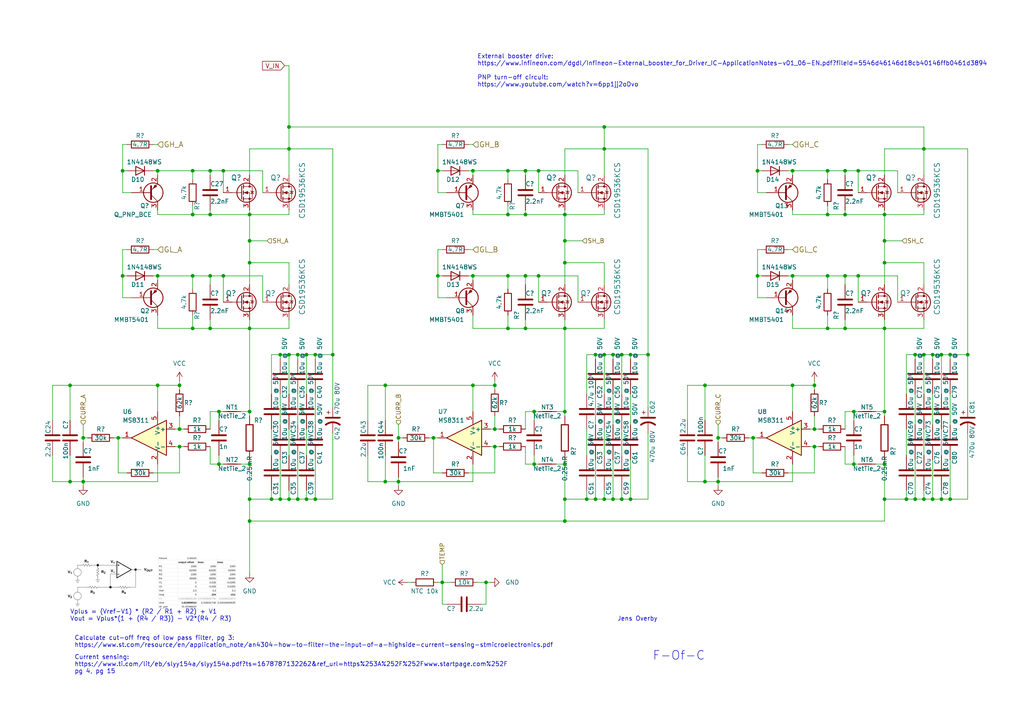
<source format=kicad_sch>
(kicad_sch (version 20211123) (generator eeschema)
  (paper "A4")
  (junction (at 247.65 134.62))
  (junction (at 236.22 124.46))
  (junction (at 83.82 43.18))
  (junction (at 81.28 144.78))
  (junction (at 163.83 119.38))
  (junction (at 52.07 124.46))
  (junction (at 147.32 62.23))
  (junction (at 240.03 62.23))
  (junction (at 152.4 49.53))
  (junction (at 229.87 111.76))
  (junction (at 72.39 62.23))
  (junction (at 270.51 144.78))
  (junction (at 24.13 139.7))
  (junction (at 248.92 49.53))
  (junction (at 147.32 80.01))
  (junction (at 267.97 102.87))
  (junction (at 270.51 102.87))
  (junction (at 152.4 95.25))
  (junction (at 245.11 80.01))
  (junction (at 208.28 127))
  (junction (at 240.03 80.01))
  (junction (at 147.32 49.53))
  (junction (at 245.11 62.23))
  (junction (at 256.54 134.62))
  (junction (at 143.51 124.46))
  (junction (at 240.03 95.25))
  (junction (at 163.83 69.85))
  (junction (at 204.47 111.76))
  (junction (at 63.5 119.38))
  (junction (at 91.44 102.87))
  (junction (at 177.8 144.78))
  (junction (at 91.44 144.78))
  (junction (at 55.88 95.25))
  (junction (at 175.26 102.87))
  (junction (at 208.28 139.7))
  (junction (at 72.39 69.85))
  (junction (at 175.26 144.78))
  (junction (at 172.72 144.78))
  (junction (at 280.67 102.87))
  (junction (at 154.94 134.62))
  (junction (at 83.82 144.78))
  (junction (at 128.27 168.91))
  (junction (at 154.94 119.38))
  (junction (at 35.56 80.01))
  (junction (at 137.16 49.53))
  (junction (at 63.5 134.62))
  (junction (at 52.07 129.54))
  (junction (at 267.97 43.18))
  (junction (at 218.44 127))
  (junction (at 163.83 95.25))
  (junction (at 88.9 102.87))
  (junction (at 64.77 49.53))
  (junction (at 256.54 119.38))
  (junction (at 143.51 111.76))
  (junction (at 125.73 127))
  (junction (at 143.51 129.54))
  (junction (at 275.59 144.78))
  (junction (at 204.47 139.7))
  (junction (at 72.39 134.62))
  (junction (at 96.52 102.87))
  (junction (at 229.87 80.01))
  (junction (at 127 49.53))
  (junction (at 72.39 119.38))
  (junction (at 152.4 62.23))
  (junction (at 111.76 139.7))
  (junction (at 55.88 62.23))
  (junction (at 35.56 49.53))
  (junction (at 147.32 95.25))
  (junction (at 60.96 95.25))
  (junction (at 163.83 151.13))
  (junction (at 175.26 36.83))
  (junction (at 55.88 80.01))
  (junction (at 140.97 168.91))
  (junction (at 20.32 139.7))
  (junction (at 187.96 102.87))
  (junction (at 240.03 49.53))
  (junction (at 83.82 102.87))
  (junction (at 265.43 102.87))
  (junction (at 152.4 80.01))
  (junction (at 177.8 102.87))
  (junction (at 55.88 49.53))
  (junction (at 60.96 62.23))
  (junction (at 115.57 139.7))
  (junction (at 256.54 76.2))
  (junction (at 156.21 49.53))
  (junction (at 127 80.01))
  (junction (at 182.88 102.87))
  (junction (at 72.39 144.78))
  (junction (at 34.29 127))
  (junction (at 229.87 49.53))
  (junction (at 115.57 127))
  (junction (at 262.89 144.78))
  (junction (at 163.83 134.62))
  (junction (at 180.34 144.78))
  (junction (at 88.9 144.78))
  (junction (at 45.72 49.53))
  (junction (at 245.11 49.53))
  (junction (at 267.97 144.78))
  (junction (at 265.43 144.78))
  (junction (at 275.59 102.87))
  (junction (at 256.54 69.85))
  (junction (at 111.76 111.76))
  (junction (at 180.34 102.87))
  (junction (at 256.54 95.25))
  (junction (at 24.13 127))
  (junction (at 256.54 144.78))
  (junction (at 72.39 95.25))
  (junction (at 45.72 80.01))
  (junction (at 83.82 36.83))
  (junction (at 182.88 144.78))
  (junction (at 20.32 111.76))
  (junction (at 236.22 129.54))
  (junction (at 172.72 102.87))
  (junction (at 45.72 111.76))
  (junction (at 236.22 111.76))
  (junction (at 256.54 62.23))
  (junction (at 86.36 144.78))
  (junction (at 81.28 102.87))
  (junction (at 64.77 80.01))
  (junction (at 245.11 95.25))
  (junction (at 163.83 62.23))
  (junction (at 163.83 144.78))
  (junction (at 78.74 144.78))
  (junction (at 247.65 119.38))
  (junction (at 72.39 76.2))
  (junction (at 248.92 80.01))
  (junction (at 137.16 80.01))
  (junction (at 52.07 111.76))
  (junction (at 86.36 102.87))
  (junction (at 156.21 80.01))
  (junction (at 60.96 80.01))
  (junction (at 137.16 111.76))
  (junction (at 273.05 144.78))
  (junction (at 72.39 151.13))
  (junction (at 273.05 102.87))
  (junction (at 175.26 43.18))
  (junction (at 60.96 49.53))
  (junction (at 219.71 80.01))
  (junction (at 170.18 144.78))
  (junction (at 163.83 76.2))
  (junction (at 219.71 49.53))
  (wire (pts (xy 175.26 60.96) (xy 175.26 62.23)))
  (wire (pts (xy 256.54 144.78) (xy 256.54 151.13)))
  (wire (pts (xy 256.54 134.62) (xy 256.54 144.78)))
  (wire (pts (xy 182.88 102.87) (xy 187.96 102.87)))
  (wire (pts (xy 270.51 144.78) (xy 267.97 144.78)))
  (wire (pts (xy 245.11 134.62) (xy 247.65 134.62)))
  (wire (pts (xy 15.24 132.08) (xy 15.24 139.7)))
  (wire (pts (xy 256.54 62.23) (xy 256.54 69.85)))
  (wire (pts (xy 236.22 120.65) (xy 236.22 124.46)))
  (wire (pts (xy 86.36 144.78) (xy 83.82 144.78)))
  (wire (pts (xy 60.96 119.38) (xy 63.5 119.38)))
  (wire (pts (xy 118.11 168.91) (xy 119.38 168.91)))
  (wire (pts (xy 163.83 43.18) (xy 163.83 50.8)))
  (wire (pts (xy 72.39 134.62) (xy 72.39 144.78)))
  (wire (pts (xy 63.5 132.08) (xy 63.5 134.62)))
  (wire (pts (xy 245.11 92.71) (xy 245.11 95.25)))
  (wire (pts (xy 156.21 80.01) (xy 152.4 80.01)))
  (wire (pts (xy 24.13 139.7) (xy 24.13 140.97)))
  (wire (pts (xy 60.96 134.62) (xy 63.5 134.62)))
  (wire (pts (xy 55.88 91.44) (xy 55.88 95.25)))
  (wire (pts (xy 63.5 119.38) (xy 64.77 119.38)))
  (wire (pts (xy 81.28 133.35) (xy 81.28 144.78)))
  (wire (pts (xy 175.26 43.18) (xy 187.96 43.18)))
  (wire (pts (xy 137.16 95.25) (xy 147.32 95.25)))
  (wire (pts (xy 116.84 127) (xy 115.57 127)))
  (wire (pts (xy 45.72 62.23) (xy 55.88 62.23)))
  (wire (pts (xy 175.26 142.24) (xy 175.26 144.78)))
  (wire (pts (xy 55.88 49.53) (xy 55.88 52.07)))
  (wire (pts (xy 24.13 127) (xy 24.13 128.27)))
  (wire (pts (xy 220.98 41.91) (xy 219.71 41.91)))
  (wire (pts (xy 262.89 102.87) (xy 265.43 102.87)))
  (wire (pts (xy 229.87 62.23) (xy 240.03 62.23)))
  (wire (pts (xy 229.87 111.76) (xy 236.22 111.76)))
  (wire (pts (xy 163.83 119.38) (xy 163.83 120.65)))
  (wire (pts (xy 76.2 49.53) (xy 64.77 49.53)))
  (wire (pts (xy 137.16 62.23) (xy 147.32 62.23)))
  (wire (pts (xy 172.72 104.14) (xy 172.72 102.87)))
  (wire (pts (xy 137.16 91.44) (xy 137.16 95.25)))
  (wire (pts (xy 172.72 133.35) (xy 172.72 144.78)))
  (wire (pts (xy 69.85 119.38) (xy 72.39 119.38)))
  (wire (pts (xy 256.54 43.18) (xy 256.54 50.8)))
  (wire (pts (xy 137.16 72.39) (xy 135.89 72.39)))
  (wire (pts (xy 91.44 144.78) (xy 96.52 144.78)))
  (wire (pts (xy 267.97 142.24) (xy 267.97 144.78)))
  (wire (pts (xy 45.72 72.39) (xy 44.45 72.39)))
  (wire (pts (xy 267.97 76.2) (xy 256.54 76.2)))
  (wire (pts (xy 187.96 102.87) (xy 187.96 43.18)))
  (wire (pts (xy 229.87 60.96) (xy 229.87 62.23)))
  (wire (pts (xy 204.47 139.7) (xy 199.39 139.7)))
  (wire (pts (xy 245.11 60.96) (xy 245.11 62.23)))
  (wire (pts (xy 256.54 119.38) (xy 256.54 120.65)))
  (wire (pts (xy 256.54 60.96) (xy 256.54 62.23)))
  (wire (pts (xy 96.52 125.73) (xy 96.52 144.78)))
  (wire (pts (xy 256.54 76.2) (xy 256.54 82.55)))
  (wire (pts (xy 240.03 59.69) (xy 240.03 62.23)))
  (wire (pts (xy 60.96 60.96) (xy 60.96 62.23)))
  (wire (pts (xy 256.54 69.85) (xy 261.62 69.85)))
  (wire (pts (xy 163.83 95.25) (xy 163.83 119.38)))
  (wire (pts (xy 88.9 142.24) (xy 88.9 144.78)))
  (wire (pts (xy 35.56 72.39) (xy 35.56 80.01)))
  (wire (pts (xy 280.67 102.87) (xy 280.67 118.11)))
  (wire (pts (xy 219.71 80.01) (xy 219.71 86.36)))
  (wire (pts (xy 236.22 124.46) (xy 237.49 124.46)))
  (wire (pts (xy 175.26 36.83) (xy 175.26 43.18)))
  (wire (pts (xy 60.96 129.54) (xy 60.96 134.62)))
  (wire (pts (xy 91.44 114.3) (xy 91.44 123.19)))
  (wire (pts (xy 275.59 102.87) (xy 280.67 102.87)))
  (wire (pts (xy 275.59 144.78) (xy 280.67 144.78)))
  (wire (pts (xy 262.89 124.46) (xy 262.89 132.08)))
  (wire (pts (xy 234.95 124.46) (xy 236.22 124.46)))
  (wire (pts (xy 83.82 95.25) (xy 72.39 95.25)))
  (wire (pts (xy 248.92 55.88) (xy 248.92 49.53)))
  (wire (pts (xy 91.44 102.87) (xy 96.52 102.87)))
  (wire (pts (xy 55.88 80.01) (xy 60.96 80.01)))
  (wire (pts (xy 45.72 49.53) (xy 55.88 49.53)))
  (wire (pts (xy 137.16 49.53) (xy 137.16 50.8)))
  (wire (pts (xy 177.8 102.87) (xy 180.34 102.87)))
  (wire (pts (xy 219.71 72.39) (xy 219.71 80.01)))
  (wire (pts (xy 128.27 137.16) (xy 125.73 137.16)))
  (wire (pts (xy 175.26 36.83) (xy 83.82 36.83)))
  (wire (pts (xy 163.83 133.35) (xy 163.83 134.62)))
  (wire (pts (xy 72.39 151.13) (xy 163.83 151.13)))
  (wire (pts (xy 127 49.53) (xy 128.27 49.53)))
  (wire (pts (xy 182.88 102.87) (xy 182.88 104.14)))
  (wire (pts (xy 163.83 144.78) (xy 163.83 151.13)))
  (wire (pts (xy 163.83 62.23) (xy 163.83 69.85)))
  (wire (pts (xy 219.71 80.01) (xy 220.98 80.01)))
  (wire (pts (xy 36.83 137.16) (xy 34.29 137.16)))
  (wire (pts (xy 128.27 168.91) (xy 128.27 163.83)))
  (wire (pts (xy 254 119.38) (xy 256.54 119.38)))
  (wire (pts (xy 88.9 124.46) (xy 88.9 132.08)))
  (wire (pts (xy 240.03 95.25) (xy 245.11 95.25)))
  (wire (pts (xy 262.89 114.3) (xy 262.89 102.87)))
  (wire (pts (xy 88.9 144.78) (xy 86.36 144.78)))
  (wire (pts (xy 52.07 111.76) (xy 52.07 113.03)))
  (wire (pts (xy 218.44 127) (xy 217.17 127)))
  (wire (pts (xy 161.29 119.38) (xy 163.83 119.38)))
  (wire (pts (xy 115.57 123.19) (xy 115.57 127)))
  (wire (pts (xy 152.4 129.54) (xy 152.4 134.62)))
  (wire (pts (xy 64.77 49.53) (xy 60.96 49.53)))
  (wire (pts (xy 260.35 55.88) (xy 260.35 49.53)))
  (wire (pts (xy 177.8 114.3) (xy 177.8 123.19)))
  (wire (pts (xy 111.76 111.76) (xy 137.16 111.76)))
  (wire (pts (xy 175.26 43.18) (xy 175.26 50.8)))
  (wire (pts (xy 135.89 49.53) (xy 137.16 49.53)))
  (wire (pts (xy 60.96 49.53) (xy 60.96 50.8)))
  (wire (pts (xy 275.59 102.87) (xy 275.59 104.14)))
  (wire (pts (xy 64.77 80.01) (xy 60.96 80.01)))
  (wire (pts (xy 86.36 133.35) (xy 86.36 144.78)))
  (wire (pts (xy 154.94 132.08) (xy 154.94 134.62)))
  (wire (pts (xy 83.82 102.87) (xy 86.36 102.87)))
  (wire (pts (xy 265.43 133.35) (xy 265.43 144.78)))
  (wire (pts (xy 163.83 60.96) (xy 163.83 62.23)))
  (wire (pts (xy 273.05 124.46) (xy 273.05 132.08)))
  (wire (pts (xy 245.11 129.54) (xy 245.11 134.62)))
  (wire (pts (xy 106.68 111.76) (xy 106.68 121.92)))
  (wire (pts (xy 25.4 127) (xy 24.13 127)))
  (wire (pts (xy 175.26 76.2) (xy 163.83 76.2)))
  (wire (pts (xy 180.34 102.87) (xy 180.34 114.3)))
  (wire (pts (xy 83.82 43.18) (xy 96.52 43.18)))
  (wire (pts (xy 208.28 138.43) (xy 208.28 139.7)))
  (wire (pts (xy 128.27 175.26) (xy 128.27 168.91)))
  (wire (pts (xy 267.97 95.25) (xy 256.54 95.25)))
  (wire (pts (xy 81.28 144.78) (xy 78.74 144.78)))
  (wire (pts (xy 81.28 104.14) (xy 81.28 102.87)))
  (wire (pts (xy 175.26 102.87) (xy 177.8 102.87)))
  (wire (pts (xy 72.39 144.78) (xy 72.39 151.13)))
  (wire (pts (xy 245.11 62.23) (xy 256.54 62.23)))
  (wire (pts (xy 245.11 124.46) (xy 245.11 119.38)))
  (wire (pts (xy 72.39 60.96) (xy 72.39 62.23)))
  (wire (pts (xy 177.8 133.35) (xy 177.8 144.78)))
  (wire (pts (xy 60.96 82.55) (xy 60.96 80.01)))
  (wire (pts (xy 91.44 144.78) (xy 88.9 144.78)))
  (wire (pts (xy 83.82 60.96) (xy 83.82 62.23)))
  (wire (pts (xy 256.54 95.25) (xy 256.54 119.38)))
  (wire (pts (xy 152.4 60.96) (xy 152.4 62.23)))
  (wire (pts (xy 55.88 62.23) (xy 60.96 62.23)))
  (wire (pts (xy 247.65 119.38) (xy 247.65 121.92)))
  (wire (pts (xy 137.16 80.01) (xy 147.32 80.01)))
  (wire (pts (xy 34.29 137.16) (xy 34.29 127)))
  (wire (pts (xy 128.27 72.39) (xy 127 72.39)))
  (wire (pts (xy 182.88 144.78) (xy 180.34 144.78)))
  (wire (pts (xy 240.03 62.23) (xy 245.11 62.23)))
  (wire (pts (xy 163.83 144.78) (xy 170.18 144.78)))
  (wire (pts (xy 265.43 144.78) (xy 262.89 144.78)))
  (wire (pts (xy 52.07 137.16) (xy 52.07 129.54)))
  (wire (pts (xy 35.56 80.01) (xy 35.56 86.36)))
  (wire (pts (xy 35.56 80.01) (xy 36.83 80.01)))
  (wire (pts (xy 52.07 110.49) (xy 52.07 111.76)))
  (wire (pts (xy 240.03 49.53) (xy 245.11 49.53)))
  (wire (pts (xy 229.87 80.01) (xy 229.87 81.28)))
  (wire (pts (xy 229.87 119.38) (xy 229.87 111.76)))
  (wire (pts (xy 273.05 102.87) (xy 273.05 114.3)))
  (wire (pts (xy 83.82 76.2) (xy 72.39 76.2)))
  (wire (pts (xy 248.92 80.01) (xy 245.11 80.01)))
  (wire (pts (xy 15.24 111.76) (xy 20.32 111.76)))
  (wire (pts (xy 236.22 111.76) (xy 236.22 113.03)))
  (wire (pts (xy 72.39 119.38) (xy 72.39 120.65)))
  (wire (pts (xy 128.27 41.91) (xy 127 41.91)))
  (wire (pts (xy 247.65 134.62) (xy 248.92 134.62)))
  (wire (pts (xy 142.24 124.46) (xy 143.51 124.46)))
  (wire (pts (xy 240.03 49.53) (xy 240.03 52.07)))
  (wire (pts (xy 45.72 95.25) (xy 55.88 95.25)))
  (wire (pts (xy 127 55.88) (xy 129.54 55.88)))
  (wire (pts (xy 229.87 49.53) (xy 229.87 50.8)))
  (wire (pts (xy 260.35 87.63) (xy 260.35 80.01)))
  (wire (pts (xy 208.28 127) (xy 209.55 127)))
  (wire (pts (xy 267.97 92.71) (xy 267.97 95.25)))
  (wire (pts (xy 182.88 114.3) (xy 182.88 123.19)))
  (wire (pts (xy 76.2 80.01) (xy 64.77 80.01)))
  (wire (pts (xy 270.51 133.35) (xy 270.51 144.78)))
  (wire (pts (xy 154.94 119.38) (xy 154.94 121.92)))
  (wire (pts (xy 177.8 144.78) (xy 175.26 144.78)))
  (wire (pts (xy 218.44 137.16) (xy 218.44 127)))
  (wire (pts (xy 228.6 49.53) (xy 229.87 49.53)))
  (wire (pts (xy 34.29 127) (xy 33.02 127)))
  (wire (pts (xy 83.82 124.46) (xy 83.82 132.08)))
  (wire (pts (xy 219.71 41.91) (xy 219.71 49.53)))
  (wire (pts (xy 175.26 124.46) (xy 175.26 132.08)))
  (wire (pts (xy 137.16 139.7) (xy 115.57 139.7)))
  (wire (pts (xy 137.16 134.62) (xy 137.16 139.7)))
  (wire (pts (xy 106.68 111.76) (xy 111.76 111.76)))
  (wire (pts (xy 275.59 114.3) (xy 275.59 123.19)))
  (wire (pts (xy 172.72 102.87) (xy 175.26 102.87)))
  (wire (pts (xy 63.5 119.38) (xy 63.5 121.92)))
  (wire (pts (xy 35.56 49.53) (xy 35.56 55.88)))
  (wire (pts (xy 52.07 120.65) (xy 52.07 124.46)))
  (wire (pts (xy 35.56 127) (xy 34.29 127)))
  (wire (pts (xy 83.82 43.18) (xy 83.82 50.8)))
  (wire (pts (xy 204.47 111.76) (xy 199.39 111.76)))
  (wire (pts (xy 170.18 114.3) (xy 170.18 102.87)))
  (wire (pts (xy 240.03 91.44) (xy 240.03 95.25)))
  (wire (pts (xy 45.72 134.62) (xy 45.72 139.7)))
  (wire (pts (xy 140.97 168.91) (xy 138.43 168.91)))
  (wire (pts (xy 156.21 134.62) (xy 154.94 134.62)))
  (wire (pts (xy 152.4 49.53) (xy 152.4 50.8)))
  (wire (pts (xy 267.97 144.78) (xy 265.43 144.78)))
  (wire (pts (xy 127 86.36) (xy 129.54 86.36)))
  (wire (pts (xy 236.22 137.16) (xy 236.22 129.54)))
  (wire (pts (xy 76.2 87.63) (xy 76.2 80.01)))
  (wire (pts (xy 156.21 87.63) (xy 156.21 80.01)))
  (wire (pts (xy 163.83 92.71) (xy 163.83 95.25)))
  (wire (pts (xy 45.72 91.44) (xy 45.72 95.25)))
  (wire (pts (xy 256.54 43.18) (xy 267.97 43.18)))
  (wire (pts (xy 127 168.91) (xy 128.27 168.91)))
  (wire (pts (xy 280.67 43.18) (xy 280.67 102.87)))
  (wire (pts (xy 106.68 132.08) (xy 106.68 139.7)))
  (wire (pts (xy 143.51 110.49) (xy 143.51 111.76)))
  (wire (pts (xy 147.32 59.69) (xy 147.32 62.23)))
  (wire (pts (xy 35.56 49.53) (xy 36.83 49.53)))
  (wire (pts (xy 163.83 43.18) (xy 175.26 43.18)))
  (wire (pts (xy 247.65 132.08) (xy 247.65 134.62)))
  (wire (pts (xy 45.72 60.96) (xy 45.72 62.23)))
  (wire (pts (xy 45.72 111.76) (xy 52.07 111.76)))
  (wire (pts (xy 267.97 102.87) (xy 270.51 102.87)))
  (wire (pts (xy 83.82 144.78) (xy 81.28 144.78)))
  (wire (pts (xy 45.72 80.01) (xy 55.88 80.01)))
  (wire (pts (xy 175.26 95.25) (xy 163.83 95.25)))
  (wire (pts (xy 72.39 43.18) (xy 83.82 43.18)))
  (wire (pts (xy 24.13 139.7) (xy 45.72 139.7)))
  (wire (pts (xy 152.4 124.46) (xy 152.4 119.38)))
  (wire (pts (xy 172.72 123.19) (xy 172.72 114.3)))
  (wire (pts (xy 137.16 49.53) (xy 147.32 49.53)))
  (wire (pts (xy 45.72 119.38) (xy 45.72 111.76)))
  (wire (pts (xy 237.49 129.54) (xy 236.22 129.54)))
  (wire (pts (xy 167.64 55.88) (xy 167.64 49.53)))
  (wire (pts (xy 267.97 62.23) (xy 256.54 62.23)))
  (wire (pts (xy 236.22 110.49) (xy 236.22 111.76)))
  (wire (pts (xy 64.77 87.63) (xy 64.77 80.01)))
  (wire (pts (xy 60.96 124.46) (xy 60.96 119.38)))
  (wire (pts (xy 60.96 95.25) (xy 72.39 95.25)))
  (wire (pts (xy 20.32 139.7) (xy 24.13 139.7)))
  (wire (pts (xy 55.88 59.69) (xy 55.88 62.23)))
  (wire (pts (xy 147.32 62.23) (xy 152.4 62.23)))
  (wire (pts (xy 163.83 69.85) (xy 163.83 76.2)))
  (wire (pts (xy 82.55 19.05) (xy 83.82 19.05)))
  (wire (pts (xy 83.82 19.05) (xy 83.82 36.83)))
  (wire (pts (xy 96.52 118.11) (xy 96.52 102.87)))
  (wire (pts (xy 83.82 36.83) (xy 83.82 43.18)))
  (wire (pts (xy 81.28 123.19) (xy 81.28 114.3)))
  (wire (pts (xy 219.71 127) (xy 218.44 127)))
  (wire (pts (xy 219.71 49.53) (xy 220.98 49.53)))
  (wire (pts (xy 267.97 36.83) (xy 175.26 36.83)))
  (wire (pts (xy 127 72.39) (xy 127 80.01)))
  (wire (pts (xy 265.43 104.14) (xy 265.43 102.87)))
  (wire (pts (xy 72.39 92.71) (xy 72.39 95.25)))
  (wire (pts (xy 143.51 111.76) (xy 143.51 113.03)))
  (wire (pts (xy 229.87 80.01) (xy 240.03 80.01)))
  (wire (pts (xy 137.16 80.01) (xy 137.16 81.28)))
  (wire (pts (xy 240.03 80.01) (xy 245.11 80.01)))
  (wire (pts (xy 111.76 111.76) (xy 111.76 121.92)))
  (wire (pts (xy 143.51 137.16) (xy 135.89 137.16)))
  (wire (pts (xy 248.92 49.53) (xy 245.11 49.53)))
  (wire (pts (xy 267.97 60.96) (xy 267.97 62.23)))
  (wire (pts (xy 228.6 80.01) (xy 229.87 80.01)))
  (wire (pts (xy 267.97 82.55) (xy 267.97 76.2)))
  (wire (pts (xy 247.65 119.38) (xy 248.92 119.38)))
  (wire (pts (xy 199.39 132.08) (xy 199.39 139.7)))
  (wire (pts (xy 86.36 102.87) (xy 88.9 102.87)))
  (wire (pts (xy 163.83 134.62) (xy 161.29 134.62)))
  (wire (pts (xy 275.59 133.35) (xy 275.59 144.78)))
  (wire (pts (xy 128.27 175.26) (xy 129.54 175.26)))
  (wire (pts (xy 91.44 133.35) (xy 91.44 144.78)))
  (wire (pts (xy 245.11 82.55) (xy 245.11 80.01)))
  (wire (pts (xy 273.05 142.24) (xy 273.05 144.78)))
  (wire (pts (xy 147.32 49.53) (xy 152.4 49.53)))
  (wire (pts (xy 72.39 62.23) (xy 72.39 69.85)))
  (wire (pts (xy 72.39 69.85) (xy 72.39 76.2)))
  (wire (pts (xy 236.22 137.16) (xy 228.6 137.16)))
  (wire (pts (xy 219.71 86.36) (xy 222.25 86.36)))
  (wire (pts (xy 50.8 124.46) (xy 52.07 124.46)))
  (wire (pts (xy 152.4 92.71) (xy 152.4 95.25)))
  (wire (pts (xy 262.89 144.78) (xy 262.89 142.24)))
  (wire (pts (xy 208.28 139.7) (xy 208.28 140.97)))
  (wire (pts (xy 111.76 139.7) (xy 115.57 139.7)))
  (wire (pts (xy 180.34 102.87) (xy 182.88 102.87)))
  (wire (pts (xy 220.98 137.16) (xy 218.44 137.16)))
  (wire (pts (xy 78.74 102.87) (xy 81.28 102.87)))
  (wire (pts (xy 245.11 49.53) (xy 245.11 50.8)))
  (wire (pts (xy 83.82 82.55) (xy 83.82 76.2)))
  (wire (pts (xy 64.77 55.88) (xy 64.77 49.53)))
  (wire (pts (xy 143.51 120.65) (xy 143.51 124.46)))
  (wire (pts (xy 180.34 142.24) (xy 180.34 144.78)))
  (wire (pts (xy 36.83 41.91) (xy 35.56 41.91)))
  (wire (pts (xy 52.07 129.54) (xy 50.8 129.54)))
  (wire (pts (xy 115.57 139.7) (xy 115.57 140.97)))
  (wire (pts (xy 204.47 121.92) (xy 204.47 111.76)))
  (wire (pts (xy 115.57 127) (xy 115.57 128.27)))
  (wire (pts (xy 170.18 144.78) (xy 170.18 142.24)))
  (wire (pts (xy 187.96 118.11) (xy 187.96 102.87)))
  (wire (pts (xy 125.73 137.16) (xy 125.73 127)))
  (wire (pts (xy 83.82 62.23) (xy 72.39 62.23)))
  (wire (pts (xy 72.39 95.25) (xy 72.39 119.38)))
  (wire (pts (xy 167.64 80.01) (xy 156.21 80.01)))
  (wire (pts (xy 115.57 138.43) (xy 115.57 139.7)))
  (wire (pts (xy 81.28 102.87) (xy 83.82 102.87)))
  (wire (pts (xy 256.54 144.78) (xy 262.89 144.78)))
  (wire (pts (xy 163.83 76.2) (xy 163.83 82.55)))
  (wire (pts (xy 91.44 102.87) (xy 91.44 104.14)))
  (wire (pts (xy 45.72 80.01) (xy 45.72 81.28)))
  (wire (pts (xy 135.89 80.01) (xy 137.16 80.01)))
  (wire (pts (xy 36.83 72.39) (xy 35.56 72.39)))
  (wire (pts (xy 270.51 102.87) (xy 270.51 104.14)))
  (wire (pts (xy 229.87 91.44) (xy 229.87 95.25)))
  (wire (pts (xy 265.43 102.87) (xy 267.97 102.87)))
  (wire (pts (xy 55.88 95.25) (xy 60.96 95.25)))
  (wire (pts (xy 273.05 102.87) (xy 275.59 102.87)))
  (wire (pts (xy 172.72 144.78) (xy 170.18 144.78)))
  (wire (pts (xy 72.39 151.13) (xy 72.39 166.37)))
  (wire (pts (xy 180.34 144.78) (xy 177.8 144.78)))
  (wire (pts (xy 180.34 124.46) (xy 180.34 132.08)))
  (wire (pts (xy 147.32 49.53) (xy 147.32 52.07)))
  (wire (pts (xy 229.87 49.53) (xy 240.03 49.53)))
  (wire (pts (xy 240.03 80.01) (xy 240.03 83.82)))
  (wire (pts (xy 229.87 139.7) (xy 208.28 139.7)))
  (wire (pts (xy 167.64 87.63) (xy 167.64 80.01)))
  (wire (pts (xy 78.74 124.46) (xy 78.74 132.08)))
  (wire (pts (xy 111.76 132.08) (xy 111.76 139.7)))
  (wire (pts (xy 76.2 55.88) (xy 76.2 49.53)))
  (wire (pts (xy 167.64 49.53) (xy 156.21 49.53)))
  (wire (pts (xy 69.85 134.62) (xy 72.39 134.62)))
  (wire (pts (xy 236.22 129.54) (xy 234.95 129.54)))
  (wire (pts (xy 127 49.53) (xy 127 55.88)))
  (wire (pts (xy 147.32 91.44) (xy 147.32 95.25)))
  (wire (pts (xy 45.72 41.91) (xy 44.45 41.91)))
  (wire (pts (xy 267.97 43.18) (xy 267.97 50.8)))
  (wire (pts (xy 52.07 137.16) (xy 44.45 137.16)))
  (wire (pts (xy 256.54 151.13) (xy 163.83 151.13)))
  (wire (pts (xy 88.9 102.87) (xy 91.44 102.87)))
  (wire (pts (xy 52.07 124.46) (xy 53.34 124.46)))
  (wire (pts (xy 245.11 95.25) (xy 256.54 95.25)))
  (wire (pts (xy 83.82 142.24) (xy 83.82 144.78)))
  (wire (pts (xy 143.51 129.54) (xy 142.24 129.54)))
  (wire (pts (xy 140.97 175.26) (xy 140.97 168.91)))
  (wire (pts (xy 60.96 62.23) (xy 72.39 62.23)))
  (wire (pts (xy 137.16 60.96) (xy 137.16 62.23)))
  (wire (pts (xy 60.96 92.71) (xy 60.96 95.25)))
  (wire (pts (xy 267.97 36.83) (xy 267.97 43.18)))
  (wire (pts (xy 229.87 134.62) (xy 229.87 139.7)))
  (wire (pts (xy 152.4 82.55) (xy 152.4 80.01)))
  (wire (pts (xy 128.27 168.91) (xy 130.81 168.91)))
  (wire (pts (xy 254 134.62) (xy 256.54 134.62)))
  (wire (pts (xy 182.88 133.35) (xy 182.88 144.78)))
  (wire (pts (xy 147.32 80.01) (xy 152.4 80.01)))
  (wire (pts (xy 280.67 125.73) (xy 280.67 144.78)))
  (wire (pts (xy 96.52 43.18) (xy 96.52 102.87)))
  (wire (pts (xy 204.47 111.76) (xy 229.87 111.76)))
  (wire (pts (xy 256.54 69.85) (xy 256.54 76.2)))
  (wire (pts (xy 137.16 41.91) (xy 135.89 41.91)))
  (wire (pts (xy 199.39 111.76) (xy 199.39 121.92)))
  (wire (pts (xy 45.72 49.53) (xy 45.72 50.8)))
  (wire (pts (xy 270.51 114.3) (xy 270.51 123.19)))
  (wire (pts (xy 35.56 41.91) (xy 35.56 49.53)))
  (wire (pts (xy 63.5 134.62) (xy 64.77 134.62)))
  (wire (pts (xy 88.9 102.87) (xy 88.9 114.3)))
  (wire (pts (xy 156.21 49.53) (xy 152.4 49.53)))
  (wire (pts (xy 204.47 139.7) (xy 208.28 139.7)))
  (wire (pts (xy 256.54 133.35) (xy 256.54 134.62)))
  (wire (pts (xy 35.56 55.88) (xy 38.1 55.88)))
  (wire (pts (xy 154.94 119.38) (xy 156.21 119.38)))
  (wire (pts (xy 170.18 124.46) (xy 170.18 132.08)))
  (wire (pts (xy 175.26 102.87) (xy 175.26 114.3)))
  (wire (pts (xy 140.97 168.91) (xy 142.24 168.91)))
  (wire (pts (xy 86.36 114.3) (xy 86.36 123.19)))
  (wire (pts (xy 127 80.01) (xy 127 86.36)))
  (wire (pts (xy 220.98 72.39) (xy 219.71 72.39)))
  (wire (pts (xy 35.56 86.36) (xy 38.1 86.36)))
  (wire (pts (xy 143.51 124.46) (xy 144.78 124.46)))
  (wire (pts (xy 260.35 80.01) (xy 248.92 80.01)))
  (wire (pts (xy 170.18 102.87) (xy 172.72 102.87)))
  (wire (pts (xy 175.26 144.78) (xy 172.72 144.78)))
  (wire (pts (xy 15.24 139.7) (xy 20.32 139.7)))
  (wire (pts (xy 182.88 144.78) (xy 187.96 144.78)))
  (wire (pts (xy 127 80.01) (xy 128.27 80.01)))
  (wire (pts (xy 45.72 111.76) (xy 20.32 111.76)))
  (wire (pts (xy 143.51 137.16) (xy 143.51 129.54)))
  (wire (pts (xy 229.87 72.39) (xy 228.6 72.39)))
  (wire (pts (xy 86.36 102.87) (xy 86.36 104.14)))
  (wire (pts (xy 72.39 144.78) (xy 78.74 144.78)))
  (wire (pts (xy 163.83 134.62) (xy 163.83 144.78)))
  (wire (pts (xy 219.71 49.53) (xy 219.71 55.88)))
  (wire (pts (xy 177.8 102.87) (xy 177.8 104.14)))
  (wire (pts (xy 127 127) (xy 125.73 127)))
  (wire (pts (xy 78.74 114.3) (xy 78.74 102.87)))
  (wire (pts (xy 144.78 129.54) (xy 143.51 129.54)))
  (wire (pts (xy 106.68 139.7) (xy 111.76 139.7)))
  (wire (pts (xy 72.39 43.18) (xy 72.39 50.8)))
  (wire (pts (xy 78.74 144.78) (xy 78.74 142.24)))
  (wire (pts (xy 24.13 138.43) (xy 24.13 139.7)))
  (wire (pts (xy 267.97 124.46) (xy 267.97 132.08)))
  (wire (pts (xy 20.32 132.08) (xy 20.32 139.7)))
  (wire (pts (xy 175.26 92.71) (xy 175.26 95.25)))
  (wire (pts (xy 208.28 123.19) (xy 208.28 127)))
  (wire (pts (xy 147.32 95.25) (xy 152.4 95.25)))
  (wire (pts (xy 127 41.91) (xy 127 49.53)))
  (wire (pts (xy 256.54 92.71) (xy 256.54 95.25)))
  (wire (pts (xy 55.88 80.01) (xy 55.88 83.82)))
  (wire (pts (xy 245.11 119.38) (xy 247.65 119.38)))
  (wire (pts (xy 275.59 144.78) (xy 273.05 144.78)))
  (wire (pts (xy 83.82 92.71) (xy 83.82 95.25)))
  (wire (pts (xy 152.4 119.38) (xy 154.94 119.38)))
  (wire (pts (xy 156.21 55.88) (xy 156.21 49.53)))
  (wire (pts (xy 137.16 111.76) (xy 143.51 111.76)))
  (wire (pts (xy 273.05 144.78) (xy 270.51 144.78)))
  (wire (pts (xy 204.47 132.08) (xy 204.47 139.7)))
  (wire (pts (xy 15.24 111.76) (xy 15.24 121.92)))
  (wire (pts (xy 53.34 129.54) (xy 52.07 129.54)))
  (wire (pts (xy 152.4 62.23) (xy 163.83 62.23)))
  (wire (pts (xy 137.16 111.76) (xy 137.16 119.38)))
  (wire (pts (xy 229.87 41.91) (xy 228.6 41.91)))
  (wire (pts (xy 72.39 69.85) (xy 77.47 69.85)))
  (wire (pts (xy 219.71 55.88) (xy 222.25 55.88)))
  (wire (pts (xy 175.26 62.23) (xy 163.83 62.23)))
  (wire (pts (xy 152.4 95.25) (xy 163.83 95.25)))
  (wire (pts (xy 152.4 134.62) (xy 154.94 134.62)))
  (wire (pts (xy 208.28 127) (xy 208.28 128.27)))
  (wire (pts (xy 229.87 95.25) (xy 240.03 95.25)))
  (wire (pts (xy 163.83 69.85) (xy 168.91 69.85)))
  (wire (pts (xy 72.39 133.35) (xy 72.39 134.62)))
  (wire (pts (xy 267.97 102.87) (xy 267.97 114.3)))
  (wire (pts (xy 248.92 87.63) (xy 248.92 80.01)))
  (wire (pts (xy 44.45 49.53) (xy 45.72 49.53)))
  (wire (pts (xy 175.26 82.55) (xy 175.26 76.2)))
  (wire (pts (xy 270.51 102.87) (xy 273.05 102.87)))
  (wire (pts (xy 24.13 123.19) (xy 24.13 127)))
  (wire (pts (xy 55.88 49.53) (xy 60.96 49.53)))
  (wire (pts (xy 20.32 121.92) (xy 20.32 111.76)))
  (wire (pts (xy 140.97 175.26) (xy 139.7 175.26)))
  (wire (pts (xy 260.35 49.53) (xy 248.92 49.53)))
  (wire (pts (xy 125.73 127) (xy 124.46 127)))
  (wire (pts (xy 83.82 102.87) (xy 83.82 114.3)))
  (wire (pts (xy 147.32 80.01) (xy 147.32 83.82)))
  (wire (pts (xy 267.97 43.18) (xy 280.67 43.18)))
  (wire (pts (xy 265.43 123.19) (xy 265.43 114.3)))
  (wire (pts (xy 187.96 125.73) (xy 187.96 144.78)))
  (wire (pts (xy 44.45 80.01) (xy 45.72 80.01)))
  (wire (pts (xy 72.39 76.2) (xy 72.39 82.55)))
  (image (at 57.15 168.91) (scale 0.660121))
  (image (at 31.75 168.91) (scale 0.381676))
  (text "Calculate cut-off freq of low pass filter, pg 3:\nhttps://www.st.com/resource/en/application_note/an4304-how-to-filter-the-input-of-a-highside-current-sensing-stmicroelectronics.pdf" (at 21.59 187.96 0) (effects (font (size 1.27 1.27)) (justify left bottom)))
  (text "F-Of-C" (at 189.23 191.77 0) (effects (font (size 2.54 2.54)) (justify left bottom)))
  (text "Jens Overby" (at 179.07 180.34 0) (effects (font (size 1.27 1.27)) (justify left bottom)))
  (text "External booster drive:\nhttps://www.infineon.com/dgdl/Infineon-External_booster_for_Driver_IC-ApplicationNotes-v01_06-EN.pdf?fileId=5546d46146d18cb40146ffb0461d3894\n\nPNP turn-off circuit:\nhttps://www.youtube.com/watch?v=6pp1jj2oDvo\n" (at 138.43 25.4 0) (effects (font (size 1.27 1.27)) (justify left bottom)))
  (text "Vplus = (Vref-V1) * (R2 / R1 + R2) + V1\nVout = Vplus*(1 + (R4 / R3)) - V2*(R4 / R­3) " (at 20.32 180.34 0) (effects (font (size 1.27 1.27)) (justify left bottom)))
  (text "Current sensing:\nhttps://www.ti.com/lit/eb/slyy154a/slyy154a.pdf?ts=1678787132262&ref_url=https%253A%252F%252Fwww.startpage.com%252F\npg 4, pg 15" (at 21.59 195.58 0) (effects (font (size 1.27 1.27)) (justify left bottom)))
  (global_label "V_IN" (shape input) (at 82.55 19.05 180) (property "Intersheet References" "${INTERSHEET_REFS}" (effects hide)))
  (hierarchical_label "TEMP" (shape input) (at 128.27 163.83 90))
  (hierarchical_label "GH_C" (shape input) (at 229.87 41.91 0) (effects (font (size 1.524 1.524))))
  (hierarchical_label "GH_A" (shape input) (at 45.72 41.91 0) (effects (font (size 1.524 1.524))))
  (hierarchical_label "CURR_B" (shape input) (at 115.57 123.19 90))
  (hierarchical_label "CURR_A" (shape input) (at 24.13 123.19 90))
  (hierarchical_label "SH_C" (shape input) (at 261.62 69.85 0))
  (hierarchical_label "CURR_C" (shape input) (at 208.28 123.19 90))
  (hierarchical_label "SH_B" (shape input) (at 168.91 69.85 0))
  (hierarchical_label "GH_B" (shape input) (at 137.16 41.91 0) (effects (font (size 1.524 1.524))))
  (hierarchical_label "GL_B" (shape input) (at 137.16 72.39 0) (effects (font (size 1.524 1.524))))
  (hierarchical_label "GL_A" (shape input) (at 45.72 72.39 0) (effects (font (size 1.524 1.524))))
  (hierarchical_label "GL_C" (shape input) (at 229.87 72.39 0) (effects (font (size 1.524 1.524))))
  (hierarchical_label "SH_A" (shape input) (at 77.47 69.85 0))
  (symbol (lib_id "Device:R") (at 57.15 124.46 270) (mirror x) (unit 1)
    (property "Reference" "R?" (at 57.15 121.92 90))
    (property "Value" "1k" (at 57.15 124.46 90))
    (property "Footprint" "Resistor_SMD:R_0603_1608Metric" (effects hide))
    (property "LCSC" "C21190" (effects hide))
  )
  (symbol (lib_id "BLDC_4-rescue:C-RESCUE-BLDC_4") (at 265.43 109.22 0) (mirror x) (unit 1)
    (property "Reference" "C71" (at 266.7 111.76 90) (effects (justify left)))
    (property "Value" "10u @ 50V" (at 266.7 97.79 90) (effects (justify left)))
    (property "Footprint" "Capacitor_SMD:C_1206_3216Metric" (effects hide))
    (property "LCSC" "C13585" (effects hide))
  )
  (symbol (lib_id "Device:R") (at 40.64 137.16 270) (mirror x) (unit 1)
    (property "Reference" "R?" (at 40.64 134.62 90))
    (property "Value" "30k" (at 40.64 137.16 90))
    (property "Footprint" "Resistor_SMD:R_0603_1608Metric" (effects hide))
    (property "LCSC" "C22984" (effects hide))
  )
  (symbol (lib_id "BLDC_4-rescue:C-RESCUE-BLDC_4") (at 15.24 127 0) (mirror x) (unit 1)
    (property "Reference" "C24" (at 13.97 121.92 90) (effects (justify left)))
    (property "Value" "2.2u" (at 13.97 128.27 90) (effects (justify left)))
    (property "Footprint" "Capacitor_SMD:C_0603_1608Metric" (effects hide))
    (property "LCSC" "C23630" (effects hide))
  )
  (symbol (lib_id "Device:NetTie_2") (at 251.46 119.38 0) (unit 1)
    (property "Reference" "NT5" (at 251.46 118.11 0))
    (property "Value" "NetTie_2" (at 251.46 120.65 0))
    (property "Footprint" "NetTie:NetTie-2_SMD_Pad0.5mm" (effects hide))
  )
  (symbol (lib_id "BLDC_4-rescue:C-RESCUE-BLDC_4") (at 170.18 137.16 0) (mirror x) (unit 1)
    (property "Reference" "C51" (at 171.45 139.7 90) (effects (justify left)))
    (property "Value" "10u @ 50V" (at 171.45 125.73 90) (effects (justify left)))
    (property "Footprint" "Capacitor_SMD:C_1206_3216Metric" (effects hide))
    (property "LCSC" "C13585" (effects hide))
  )
  (symbol (lib_id "Device:Q_PNP_BEC") (at 134.62 86.36 0) (mirror x) (unit 1)
    (property "Reference" "Q8" (at 132.08 90.17 0) (effects (justify left)))
    (property "Value" "MMBT5401" (at 124.46 92.71 0) (effects (justify left)))
    (property "Footprint" "Package_TO_SOT_SMD:SOT-23" (effects hide))
    (property "Datasheet" "https://datasheet.lcsc.com/lcsc/1809140241_Jiangsu-Changjing-Electronics-Technology-Co---Ltd--MMBT5401_C8326.pdf" (effects hide))
    (property "LCSC" "C8326" (effects hide))
  )
  (symbol (lib_id "power:VCC") (at 118.11 168.91 90) (unit 1)
    (property "Reference" "#PWR?" (effects hide))
    (property "Value" "VCC" (at 113.03 168.91 90))
  )
  (symbol (lib_id "BLDC_4-rescue:C-RESCUE-BLDC_4") (at 78.74 137.16 0) (mirror x) (unit 1)
    (property "Reference" "C31" (at 80.01 139.7 90) (effects (justify left)))
    (property "Value" "10u @ 50V" (at 80.01 125.73 90) (effects (justify left)))
    (property "Footprint" "Capacitor_SMD:C_1206_3216Metric" (effects hide))
    (property "LCSC" "C13585" (effects hide))
  )
  (symbol (lib_id "BLDC_4-rescue:C-RESCUE-BLDC_4") (at 88.9 137.16 0) (mirror x) (unit 1)
    (property "Reference" "C39" (at 90.17 139.7 90) (effects (justify left)))
    (property "Value" "10u @ 50V" (at 90.17 125.73 90) (effects (justify left)))
    (property "Footprint" "Capacitor_SMD:C_1206_3216Metric" (effects hide))
    (property "LCSC" "C13585" (effects hide))
  )
  (symbol (lib_id "Device:R") (at 213.36 127 270) (mirror x) (unit 1)
    (property "Reference" "R?" (at 213.36 124.46 90))
    (property "Value" "30k" (at 213.36 127 90))
    (property "Footprint" "Resistor_SMD:R_0603_1608Metric" (effects hide))
    (property "LCSC" "C22984" (effects hide))
  )
  (symbol (lib_id "Device:Q_NMOS_GDS") (at 81.28 87.63 0) (unit 1)
    (property "Reference" "Q?" (at 80.01 85.09 0) (effects (font (size 1.524 1.524)) (justify right)))
    (property "Value" "CSD19536KCS" (at 87.63 74.93 90) (effects (font (size 1.524 1.524)) (justify right)))
    (property "Footprint" "shapes3D:TO-220-3_Horizontal_TabUp_no_hole" (effects hide))
  )
  (symbol (lib_id "BLDC_4-rescue:C-RESCUE-BLDC_4") (at 180.34 119.38 0) (mirror x) (unit 1)
    (property "Reference" "C58" (at 181.61 121.92 90) (effects (justify left)))
    (property "Value" "10u @ 50V" (at 181.61 107.95 90) (effects (justify left)))
    (property "Footprint" "Capacitor_SMD:C_1206_3216Metric" (effects hide))
    (property "LCSC" "C13585" (effects hide))
  )
  (symbol (lib_id "BLDC_4-rescue:R-RESCUE-BLDC_4") (at 256.54 127 0) (unit 1)
    (property "Reference" "R?" (at 259.08 130.81 90))
    (property "Value" "0.25mR" (at 256.54 135.89 90))
    (property "Footprint" "Resistor_SMD:R_0805_2012Metric" (effects hide))
    (property "LCSC" "C495759" (effects hide))
  )
  (symbol (lib_id "BLDC_4-rescue:C-RESCUE-BLDC_4") (at 91.44 109.22 0) (mirror x) (unit 1)
    (property "Reference" "C40" (at 92.71 111.76 90) (effects (justify left)))
    (property "Value" "10u @ 50V" (at 92.71 97.79 90) (effects (justify left)))
    (property "Footprint" "Capacitor_SMD:C_1206_3216Metric" (effects hide))
    (property "LCSC" "C13585" (effects hide))
  )
  (symbol (lib_id "Device:R") (at 240.03 87.63 180) (unit 1)
    (property "Reference" "R?" (at 242.57 91.44 90))
    (property "Value" "4.7k" (at 237.49 87.63 90))
    (property "Footprint" "Resistor_SMD:R_0603_1608Metric" (effects hide))
    (property "LCSC" "C23162" (effects hide))
  )
  (symbol (lib_id "BLDC_4-rescue:R-RESCUE-BLDC_4") (at 163.83 127 0) (unit 1)
    (property "Reference" "R?" (at 166.37 130.81 90))
    (property "Value" "0.25mR" (at 163.83 135.89 90))
    (property "Footprint" "Resistor_SMD:R_0805_2012Metric" (effects hide))
    (property "LCSC" "C495759" (effects hide))
  )
  (symbol (lib_id "Device:R") (at 143.51 116.84 0) (mirror x) (unit 1)
    (property "Reference" "R?" (at 146.05 116.84 0))
    (property "Value" "62k" (at 143.51 116.84 90))
    (property "Footprint" "Resistor_SMD:R_0603_1608Metric" (effects hide))
    (property "LCSC" "C23221" (effects hide))
  )
  (symbol (lib_id "Device:Q_NMOS_GDS") (at 81.28 55.88 0) (unit 1)
    (property "Reference" "Q?" (at 81.534 51.562 0) (effects (font (size 1.524 1.524)) (justify right)))
    (property "Value" "CSD19536KCS" (at 87.63 46.99 90) (effects (font (size 1.524 1.524)) (justify right)))
    (property "Footprint" "shapes3D:TO-220-3_Horizontal_TabUp_no_hole" (effects hide))
  )
  (symbol (lib_id "BLDC_4-rescue:C-RESCUE-BLDC_4") (at 91.44 128.27 0) (mirror x) (unit 1)
    (property "Reference" "C41" (at 92.71 130.81 90) (effects (justify left)))
    (property "Value" "10u @ 50V" (at 92.71 116.84 90) (effects (justify left)))
    (property "Footprint" "Capacitor_SMD:C_1206_3216Metric" (effects hide))
    (property "LCSC" "C13585" (effects hide))
  )
  (symbol (lib_id "Device:R") (at 241.3 129.54 270) (mirror x) (unit 1)
    (property "Reference" "R?" (at 241.3 127 90))
    (property "Value" "1k" (at 241.3 129.54 90))
    (property "Footprint" "Resistor_SMD:R_0603_1608Metric" (effects hide))
    (property "LCSC" "C21190" (effects hide))
  )
  (symbol (lib_id "Device:NetTie_2") (at 67.31 119.38 0) (unit 1)
    (property "Reference" "NT1" (at 67.31 118.11 0))
    (property "Value" "NetTie_2" (at 67.31 120.65 0))
    (property "Footprint" "NetTie:NetTie-2_SMD_Pad0.5mm" (effects hide))
  )
  (symbol (lib_id "Device:Q_NMOS_GDS") (at 161.29 87.63 0) (unit 1)
    (property "Reference" "Q?" (at 160.02 85.09 0) (effects (font (size 1.524 1.524)) (justify right)))
    (property "Value" "CSD19536KCS" (effects hide))
    (property "Footprint" "shapes3D:TO-220-3_Horizontal_TabUp_no_hole" (effects hide))
  )
  (symbol (lib_id "Device:Q_NMOS_GDS") (at 172.72 55.88 0) (unit 1)
    (property "Reference" "Q?" (at 172.974 51.562 0) (effects (font (size 1.524 1.524)) (justify right)))
    (property "Value" "CSD19536KCS" (at 179.07 46.99 90) (effects (font (size 1.524 1.524)) (justify right)))
    (property "Footprint" "shapes3D:TO-220-3_Horizontal_TabUp_no_hole" (effects hide))
  )
  (symbol (lib_id "Device:R") (at 132.08 41.91 270) (mirror x) (unit 1)
    (property "Reference" "R?" (at 132.08 39.37 90))
    (property "Value" "4.7R" (at 132.08 41.91 90))
    (property "Footprint" "Resistor_SMD:R_0603_1608Metric" (effects hide))
    (property "LCSC" "C23164" (effects hide))
  )
  (symbol (lib_id "Device:R") (at 40.64 41.91 270) (mirror x) (unit 1)
    (property "Reference" "R?" (at 40.64 39.37 90))
    (property "Value" "4.7R" (at 40.64 41.91 90))
    (property "Footprint" "Resistor_SMD:R_0603_1608Metric" (effects hide))
    (property "LCSC" "C23164" (effects hide))
  )
  (symbol (lib_id "BLDC_4-rescue:C-RESCUE-BLDC_4") (at 152.4 87.63 0) (unit 1)
    (property "Reference" "C?" (at 152.4 85.09 0) (effects (justify left)))
    (property "Value" "2.2nF" (at 152.4 90.17 0) (effects (justify left)))
    (property "Footprint" "Capacitor_SMD:C_0603_1608Metric" (effects hide))
    (property "LCSC" "C77025" (effects hide))
  )
  (symbol (lib_id "BLDC_4-rescue:C-RESCUE-BLDC_4") (at 86.36 109.22 0) (mirror x) (unit 1)
    (property "Reference" "C36" (at 87.63 111.76 90) (effects (justify left)))
    (property "Value" "10u @ 50V" (at 87.63 97.79 90) (effects (justify left)))
    (property "Footprint" "Capacitor_SMD:C_1206_3216Metric" (effects hide))
    (property "LCSC" "C13585" (effects hide))
  )
  (symbol (lib_id "Device:R") (at 132.08 72.39 270) (mirror x) (unit 1)
    (property "Reference" "R?" (at 132.08 69.85 90))
    (property "Value" "4.7R" (at 132.08 72.39 90))
    (property "Footprint" "Resistor_SMD:R_0603_1608Metric" (effects hide))
    (property "LCSC" "C23164" (effects hide))
  )
  (symbol (lib_id "Device:R") (at 29.21 127 270) (mirror x) (unit 1)
    (property "Reference" "R?" (at 29.21 124.46 90))
    (property "Value" "30k" (at 29.21 127 90))
    (property "Footprint" "Resistor_SMD:R_0603_1608Metric" (effects hide))
    (property "LCSC" "C22984" (effects hide))
  )
  (symbol (lib_id "Device:Q_NMOS_GDS") (at 254 55.88 0) (unit 1)
    (property "Reference" "Q?" (at 254.254 51.562 0) (effects (font (size 1.524 1.524)) (justify right)))
    (property "Value" "CSD19536KCS" (effects hide))
    (property "Footprint" "shapes3D:TO-220-3_Horizontal_TabUp_no_hole" (effects hide))
  )
  (symbol (lib_id "Device:NetTie_2") (at 251.46 134.62 0) (unit 1)
    (property "Reference" "NT6" (at 251.46 133.35 0))
    (property "Value" "NetTie_2" (at 251.46 135.89 0))
    (property "Footprint" "NetTie:NetTie-2_SMD_Pad0.5mm" (effects hide))
  )
  (symbol (lib_id "BLDC_4-rescue:C-RESCUE-BLDC_4") (at 60.96 55.88 0) (unit 1)
    (property "Reference" "C27" (at 60.96 53.34 0) (effects (justify left)))
    (property "Value" "2.2nF" (at 60.96 58.42 0) (effects (justify left)))
    (property "Footprint" "Capacitor_SMD:C_0603_1608Metric" (effects hide))
    (property "LCSC" "C77025" (effects hide))
  )
  (symbol (lib_id "Diode:1N4148W") (at 224.79 80.01 180) (unit 1)
    (property "Reference" "D15" (at 226.06 82.55 0) (effects (justify left)))
    (property "Value" "1N4148WS" (at 231.14 77.47 0) (effects (justify left)))
    (property "Footprint" "Diode_SMD:D_SOD-323" (effects hide))
    (property "Datasheet" "https://www.vishay.com/docs/85748/1n4148w.pdf" (effects hide))
    (property "LCSC" "C2128" (effects hide))
  )
  (symbol (lib_id "Diode:1N4148W") (at 132.08 80.01 180) (unit 1)
    (property "Reference" "D13" (at 133.35 82.55 0) (effects (justify left)))
    (property "Value" "1N4148WS" (at 138.43 77.47 0) (effects (justify left)))
    (property "Footprint" "Diode_SMD:D_SOD-323" (effects hide))
    (property "Datasheet" "https://www.vishay.com/docs/85748/1n4148w.pdf" (effects hide))
    (property "LCSC" "C2128" (effects hide))
  )
  (symbol (lib_id "Amplifier_Operational:OPA188xxDBV") (at 134.62 127 0) (mirror y) (unit 1)
    (property "Reference" "U7" (at 127 119.38 0) (effects (justify right)))
    (property "Value" "MS8311" (at 127 121.92 0) (effects (justify right)))
    (property "Footprint" "Package_TO_SOT_SMD:TSOT-23-5" (effects hide))
    (property "Datasheet" "http://www.ti.com/lit/ds/symlink/opa188.pdf" (effects hide))
  )
  (symbol (lib_id "BLDC_4-rescue:C-RESCUE-BLDC_4") (at 170.18 119.38 0) (mirror x) (unit 1)
    (property "Reference" "C?" (at 171.45 121.92 90) (effects (justify left)))
    (property "Value" "4.7u 100V" (at 171.45 107.95 90) (effects (justify left)))
    (property "Footprint" "Capacitor_SMD:C_0805_2012Metric" (effects hide))
    (property "LCSC" "C13585" (effects hide))
  )
  (symbol (lib_id "BLDC_4-rescue:C-RESCUE-BLDC_4") (at 172.72 109.22 0) (mirror x) (unit 1)
    (property "Reference" "C52" (at 173.99 111.76 90) (effects (justify left)))
    (property "Value" "10u @ 50V" (at 173.99 97.79 90) (effects (justify left)))
    (property "Footprint" "Capacitor_SMD:C_1206_3216Metric" (effects hide))
    (property "LCSC" "C13585" (effects hide))
  )
  (symbol (lib_id "BLDC_4-rescue:C-RESCUE-BLDC_4") (at 262.89 119.38 0) (mirror x) (unit 1)
    (property "Reference" "C69" (at 264.16 121.92 90) (effects (justify left)))
    (property "Value" "10u @ 50V" (at 264.16 107.95 90) (effects (justify left)))
    (property "Footprint" "Capacitor_SMD:C_1206_3216Metric" (effects hide))
    (property "LCSC" "C13585" (effects hide))
  )
  (symbol (lib_id "BLDC_4-rescue:C-RESCUE-BLDC_4") (at 60.96 87.63 0) (unit 1)
    (property "Reference" "C?" (at 60.96 85.09 0) (effects (justify left)))
    (property "Value" "2.2nF" (at 60.96 90.17 0) (effects (justify left)))
    (property "Footprint" "Capacitor_SMD:C_0603_1608Metric" (effects hide))
    (property "LCSC" "C77025" (effects hide))
  )
  (symbol (lib_id "Device:R") (at 132.08 137.16 270) (mirror x) (unit 1)
    (property "Reference" "R?" (at 132.08 134.62 90))
    (property "Value" "30k" (at 132.08 137.16 90))
    (property "Footprint" "Resistor_SMD:R_0603_1608Metric" (effects hide))
    (property "LCSC" "C22984" (effects hide))
  )
  (symbol (lib_id "BLDC_4-rescue:C-RESCUE-BLDC_4") (at 172.72 128.27 0) (mirror x) (unit 1)
    (property "Reference" "C53" (at 173.99 130.81 90) (effects (justify left)))
    (property "Value" "10u @ 50V" (at 173.99 116.84 90) (effects (justify left)))
    (property "Footprint" "Capacitor_SMD:C_1206_3216Metric" (effects hide))
    (property "LCSC" "C13585" (effects hide))
  )
  (symbol (lib_id "Device:Q_PNP_BEC") (at 43.18 86.36 0) (mirror x) (unit 1)
    (property "Reference" "Q2" (at 40.64 90.17 0) (effects (justify left)))
    (property "Value" "MMBT5401" (at 33.02 92.71 0) (effects (justify left)))
    (property "Footprint" "Package_TO_SOT_SMD:SOT-23" (effects hide))
    (property "Datasheet" "https://datasheet.lcsc.com/lcsc/1809140241_Jiangsu-Changjing-Electronics-Technology-Co---Ltd--MMBT5401_C8326.pdf" (effects hide))
    (property "LCSC" "C8326" (effects hide))
  )
  (symbol (lib_id "BLDC_4-rescue:C-RESCUE-BLDC_4") (at 199.39 127 0) (mirror y) (unit 1)
    (property "Reference" "C64" (at 198.12 132.08 90) (effects (justify left)))
    (property "Value" "2.2u" (at 198.12 125.73 90) (effects (justify left)))
    (property "Footprint" "Capacitor_SMD:C_0603_1608Metric" (effects hide))
    (property "LCSC" "C23630" (effects hide))
  )
  (symbol (lib_id "BLDC_4-rescue:C-RESCUE-BLDC_4") (at 63.5 127 0) (mirror x) (unit 1)
    (property "Reference" "C?" (at 63.5 124.46 0) (effects (justify left)))
    (property "Value" "1n" (at 63.5 129.54 0) (effects (justify left)))
    (property "Footprint" "Capacitor_SMD:C_0603_1608Metric" (effects hide))
    (property "LCSC" "C14858" (effects hide))
  )
  (symbol (lib_id "Device:Q_PNP_BEC") (at 227.33 86.36 0) (mirror x) (unit 1)
    (property "Reference" "Q14" (at 224.79 90.17 0) (effects (justify left)))
    (property "Value" "MMBT5401" (at 217.17 92.71 0) (effects (justify left)))
    (property "Footprint" "Package_TO_SOT_SMD:SOT-23" (effects hide))
    (property "Datasheet" "https://datasheet.lcsc.com/lcsc/1809140241_Jiangsu-Changjing-Electronics-Technology-Co---Ltd--MMBT5401_C8326.pdf" (effects hide))
    (property "LCSC" "C8326" (effects hide))
  )
  (symbol (lib_id "Device:R") (at 55.88 55.88 180) (unit 1)
    (property "Reference" "R?" (at 57.15 59.69 90))
    (property "Value" "4.7k" (at 53.34 55.88 90))
    (property "Footprint" "Resistor_SMD:R_0603_1608Metric" (effects hide))
    (property "LCSC" "C23162" (effects hide))
  )
  (symbol (lib_id "Device:C_Polarized_US") (at 96.52 121.92 0) (unit 1)
    (property "Reference" "C42" (at 97.79 125.73 90))
    (property "Value" "470u 80V" (at 97.79 115.57 90))
    (property "Footprint" "Custom:CP_Radial_D8.0mm_P5.00mm" (effects hide))
  )
  (symbol (lib_id "BLDC_4-rescue:C-RESCUE-BLDC_4") (at 24.13 133.35 0) (mirror x) (unit 1)
    (property "Reference" "C?" (at 24.13 130.81 0) (effects (justify left)))
    (property "Value" "1nF" (at 25.4 135.89 0) (effects (justify left)))
    (property "Footprint" "Capacitor_SMD:C_0603_1608Metric" (effects hide))
    (property "LCSC" "C1588" (effects hide))
  )
  (symbol (lib_id "Device:C_Polarized_US") (at 187.96 121.92 0) (unit 1)
    (property "Reference" "C62" (at 189.23 118.11 90))
    (property "Value" "470u 80V" (at 189.23 129.54 90))
    (property "Footprint" "Custom:CP_Radial_D8.0mm_P5.00mm" (effects hide))
  )
  (symbol (lib_id "Device:R") (at 148.59 129.54 270) (mirror x) (unit 1)
    (property "Reference" "R?" (at 148.59 127 90))
    (property "Value" "1k" (at 148.59 129.54 90))
    (property "Footprint" "Resistor_SMD:R_0603_1608Metric" (effects hide))
    (property "LCSC" "C21190" (effects hide))
  )
  (symbol (lib_id "Device:R") (at 147.32 55.88 180) (unit 1)
    (property "Reference" "R?" (at 148.59 59.69 90))
    (property "Value" "4.7k" (at 144.78 55.88 90))
    (property "Footprint" "Resistor_SMD:R_0603_1608Metric" (effects hide))
    (property "LCSC" "C23162" (effects hide))
  )
  (symbol (lib_id "Device:Q_NMOS_GDS") (at 69.85 55.88 0) (unit 1)
    (property "Reference" "Q?" (at 70.104 51.562 0) (effects (font (size 1.524 1.524)) (justify right)))
    (property "Value" "CSD19536KCS" (effects hide))
    (property "Footprint" "shapes3D:TO-220-3_Horizontal_TabUp_no_hole" (effects hide))
  )
  (symbol (lib_id "BLDC_4-rescue:C-RESCUE-BLDC_4") (at 175.26 119.38 0) (mirror x) (unit 1)
    (property "Reference" "C54" (at 176.53 121.92 90) (effects (justify left)))
    (property "Value" "10u @ 50V" (at 176.53 107.95 90) (effects (justify left)))
    (property "Footprint" "Capacitor_SMD:C_1206_3216Metric" (effects hide))
    (property "LCSC" "C13585" (effects hide))
  )
  (symbol (lib_id "BLDC_4-rescue:C-RESCUE-BLDC_4") (at 106.68 127 0) (mirror x) (unit 1)
    (property "Reference" "C43" (at 105.41 121.92 90) (effects (justify left)))
    (property "Value" "2.2u" (at 105.41 128.27 90) (effects (justify left)))
    (property "Footprint" "Capacitor_SMD:C_0603_1608Metric" (effects hide))
    (property "LCSC" "C23630" (effects hide))
  )
  (symbol (lib_id "Device:Q_PNP_BEC") (at 43.18 55.88 0) (mirror x) (unit 1)
    (property "Reference" "Q?" (at 40.64 59.69 0) (effects (justify left)))
    (property "Value" "Q_PNP_BCE" (at 33.02 62.23 0) (effects (justify left)))
    (property "Footprint" "Package_TO_SOT_SMD:SOT-23" (effects hide))
    (property "Datasheet" "https://datasheet.lcsc.com/lcsc/1809140241_Jiangsu-Changjing-Electronics-Technology-Co---Ltd--MMBT5401_C8326.pdf" (effects hide))
    (property "LCSC" "C8326" (effects hide))
  )
  (symbol (lib_id "BLDC_4-rescue:C-RESCUE-BLDC_4") (at 180.34 137.16 0) (mirror x) (unit 1)
    (property "Reference" "C59" (at 181.61 139.7 90) (effects (justify left)))
    (property "Value" "10u @ 50V" (at 181.61 125.73 90) (effects (justify left)))
    (property "Footprint" "Capacitor_SMD:C_1206_3216Metric" (effects hide))
    (property "LCSC" "C13585" (effects hide))
  )
  (symbol (lib_id "BLDC_4-rescue:C-RESCUE-BLDC_4") (at 86.36 128.27 0) (mirror x) (unit 1)
    (property "Reference" "C37" (at 87.63 130.81 90) (effects (justify left)))
    (property "Value" "10u @ 50V" (at 87.63 116.84 90) (effects (justify left)))
    (property "Footprint" "Capacitor_SMD:C_1206_3216Metric" (effects hide))
    (property "LCSC" "C13585" (effects hide))
  )
  (symbol (lib_id "Amplifier_Operational:OPA188xxDBV") (at 227.33 127 0) (mirror y) (unit 1)
    (property "Reference" "U8" (at 219.71 119.38 0) (effects (justify right)))
    (property "Value" "MS8311" (at 219.71 121.92 0) (effects (justify right)))
    (property "Footprint" "Package_TO_SOT_SMD:TSOT-23-5" (effects hide))
    (property "Datasheet" "http://www.ti.com/lit/ds/symlink/opa188.pdf" (effects hide))
  )
  (symbol (lib_id "BLDC_4-rescue:C-RESCUE-BLDC_4") (at 152.4 55.88 0) (unit 1)
    (property "Reference" "C?" (at 152.4 53.34 0) (effects (justify left)))
    (property "Value" "2.2nF" (at 152.4 58.42 0) (effects (justify left)))
    (property "Footprint" "Capacitor_SMD:C_0603_1608Metric" (effects hide))
    (property "LCSC" "C77025" (effects hide))
  )
  (symbol (lib_id "BLDC_4-rescue:C-RESCUE-BLDC_4") (at 134.62 175.26 270) (mirror x) (unit 1)
    (property "Reference" "C?" (at 129.54 176.53 90) (effects (justify left)))
    (property "Value" "2.2u" (at 135.89 176.53 90) (effects (justify left)))
    (property "Footprint" "Capacitor_SMD:C_0603_1608Metric" (effects hide))
    (property "LCSC" "C23630" (effects hide))
  )
  (symbol (lib_id "Device:Q_NMOS_GDS") (at 69.85 87.63 0) (unit 1)
    (property "Reference" "Q?" (at 68.58 85.09 0) (effects (font (size 1.524 1.524)) (justify right)))
    (property "Value" "CSD19536KCS" (effects hide))
    (property "Footprint" "shapes3D:TO-220-3_Horizontal_TabUp_no_hole" (effects hide))
  )
  (symbol (lib_id "Diode:1N4148W") (at 40.64 80.01 180) (unit 1)
    (property "Reference" "D11" (at 41.91 82.55 0) (effects (justify left)))
    (property "Value" "1N4148WS" (at 46.99 77.47 0) (effects (justify left)))
    (property "Footprint" "Diode_SMD:D_SOD-323" (effects hide))
    (property "Datasheet" "https://www.vishay.com/docs/85748/1n4148w.pdf" (effects hide))
    (property "LCSC" "C2128" (effects hide))
  )
  (symbol (lib_id "power:VCC") (at 52.07 110.49 0) (mirror y) (unit 1)
    (property "Reference" "#PWR?" (effects hide))
    (property "Value" "VCC" (at 52.07 105.41 0))
  )
  (symbol (lib_id "BLDC_4-rescue:C-RESCUE-BLDC_4") (at 267.97 119.38 0) (mirror x) (unit 1)
    (property "Reference" "C73" (at 269.24 121.92 90) (effects (justify left)))
    (property "Value" "10u @ 50V" (at 269.24 107.95 90) (effects (justify left)))
    (property "Footprint" "Capacitor_SMD:C_1206_3216Metric" (effects hide))
    (property "LCSC" "C13585" (effects hide))
  )
  (symbol (lib_id "BLDC_4-rescue:C-RESCUE-BLDC_4") (at 182.88 109.22 0) (mirror x) (unit 1)
    (property "Reference" "C60" (at 184.15 111.76 90) (effects (justify left)))
    (property "Value" "10u @ 50V" (at 184.15 97.79 90) (effects (justify left)))
    (property "Footprint" "Capacitor_SMD:C_1206_3216Metric" (effects hide))
    (property "LCSC" "C13585" (effects hide))
  )
  (symbol (lib_id "BLDC_4-rescue:C-RESCUE-BLDC_4") (at 78.74 119.38 0) (mirror x) (unit 1)
    (property "Reference" "C30" (at 80.01 121.92 90) (effects (justify left)))
    (property "Value" "10u @ 50V" (at 80.01 107.95 90) (effects (justify left)))
    (property "Footprint" "Capacitor_SMD:C_1206_3216Metric" (effects hide))
    (property "LCSC" "C13585" (effects hide))
  )
  (symbol (lib_id "BLDC_4-rescue:C-RESCUE-BLDC_4") (at 262.89 137.16 0) (mirror x) (unit 1)
    (property "Reference" "C70" (at 264.16 139.7 90) (effects (justify left)))
    (property "Value" "10u @ 50V" (at 264.16 125.73 90) (effects (justify left)))
    (property "Footprint" "Capacitor_SMD:C_1206_3216Metric" (effects hide))
    (property "LCSC" "C13585" (effects hide))
  )
  (symbol (lib_id "BLDC_4-rescue:C-RESCUE-BLDC_4") (at 20.32 127 180) (unit 1)
    (property "Reference" "C?" (at 19.05 121.92 90) (effects (justify left)))
    (property "Value" "100n" (at 19.05 128.27 90) (effects (justify left)))
    (property "Footprint" "Capacitor_SMD:C_0603_1608Metric" (effects hide))
    (property "LCSC" "C14663" (effects hide))
  )
  (symbol (lib_id "Device:Q_NMOS_GDS") (at 172.72 87.63 0) (unit 1)
    (property "Reference" "Q?" (at 171.45 85.09 0) (effects (font (size 1.524 1.524)) (justify right)))
    (property "Value" "CSD19536KCS" (at 179.07 74.93 90) (effects (font (size 1.524 1.524)) (justify right)))
    (property "Footprint" "shapes3D:TO-220-3_Horizontal_TabUp_no_hole" (effects hide))
  )
  (symbol (lib_id "BLDC_4-rescue:C-RESCUE-BLDC_4") (at 273.05 137.16 0) (mirror x) (unit 1)
    (property "Reference" "C78" (at 274.32 139.7 90) (effects (justify left)))
    (property "Value" "10u @ 50V" (at 274.32 125.73 90) (effects (justify left)))
    (property "Footprint" "Capacitor_SMD:C_1206_3216Metric" (effects hide))
    (property "LCSC" "C13585" (effects hide))
  )
  (symbol (lib_id "power:VCC") (at 143.51 110.49 0) (mirror y) (unit 1)
    (property "Reference" "#PWR?" (effects hide))
    (property "Value" "VCC" (at 143.51 105.41 0))
  )
  (symbol (lib_id "BLDC_4-rescue:C-RESCUE-BLDC_4") (at 177.8 109.22 0) (mirror x) (unit 1)
    (property "Reference" "C56" (at 179.07 111.76 90) (effects (justify left)))
    (property "Value" "10u @ 50V" (at 179.07 97.79 90) (effects (justify left)))
    (property "Footprint" "Capacitor_SMD:C_1206_3216Metric" (effects hide))
    (property "LCSC" "C13585" (effects hide))
  )
  (symbol (lib_id "BLDC_4-rescue:C-RESCUE-BLDC_4") (at 275.59 128.27 0) (mirror x) (unit 1)
    (property "Reference" "C80" (at 276.86 130.81 90) (effects (justify left)))
    (property "Value" "10u @ 50V" (at 276.86 116.84 90) (effects (justify left)))
    (property "Footprint" "Capacitor_SMD:C_1206_3216Metric" (effects hide))
    (property "LCSC" "C13585" (effects hide))
  )
  (symbol (lib_id "BLDC_4-rescue:C-RESCUE-BLDC_4") (at 81.28 109.22 0) (mirror x) (unit 1)
    (property "Reference" "C32" (at 82.55 111.76 90) (effects (justify left)))
    (property "Value" "10u @ 50V" (at 82.55 97.79 90) (effects (justify left)))
    (property "Footprint" "Capacitor_SMD:C_1206_3216Metric" (effects hide))
    (property "LCSC" "C13585" (effects hide))
  )
  (symbol (lib_id "Device:NetTie_2") (at 158.75 134.62 0) (unit 1)
    (property "Reference" "NT4" (at 158.75 133.35 0))
    (property "Value" "NetTie_2" (at 158.75 135.89 0))
    (property "Footprint" "NetTie:NetTie-2_SMD_Pad0.5mm" (effects hide))
  )
  (symbol (lib_id "Device:R") (at 147.32 87.63 180) (unit 1)
    (property "Reference" "R?" (at 149.86 91.44 90))
    (property "Value" "4.7k" (at 144.78 87.63 90))
    (property "Footprint" "Resistor_SMD:R_0603_1608Metric" (effects hide))
    (property "LCSC" "C23162" (effects hide))
  )
  (symbol (lib_id "BLDC_4-rescue:C-RESCUE-BLDC_4") (at 154.94 127 0) (mirror x) (unit 1)
    (property "Reference" "C?" (at 154.94 124.46 0) (effects (justify left)))
    (property "Value" "1n" (at 154.94 129.54 0) (effects (justify left)))
    (property "Footprint" "Capacitor_SMD:C_0603_1608Metric" (effects hide))
    (property "LCSC" "C14858" (effects hide))
  )
  (symbol (lib_id "Device:R") (at 240.03 55.88 180) (unit 1)
    (property "Reference" "R?" (at 242.57 59.69 90))
    (property "Value" "4.7k" (at 237.49 55.88 90))
    (property "Footprint" "Resistor_SMD:R_0603_1608Metric" (effects hide))
    (property "LCSC" "C23162" (effects hide))
  )
  (symbol (lib_id "BLDC_4-rescue:C-RESCUE-BLDC_4") (at 83.82 137.16 0) (mirror x) (unit 1)
    (property "Reference" "C35" (at 85.09 139.7 90) (effects (justify left)))
    (property "Value" "10u @ 50V" (at 85.09 125.73 90) (effects (justify left)))
    (property "Footprint" "Capacitor_SMD:C_1206_3216Metric" (effects hide))
    (property "LCSC" "C13585" (effects hide))
  )
  (symbol (lib_id "BLDC_4-rescue:R-RESCUE-BLDC_4") (at 72.39 127 0) (unit 1)
    (property "Reference" "R?" (at 74.93 121.92 0))
    (property "Value" "0.25mR" (at 72.39 135.89 90))
    (property "Footprint" "Resistor_SMD:R_0805_2012Metric" (effects hide))
    (property "LCSC" "C495759" (effects hide))
  )
  (symbol (lib_id "Device:Q_NMOS_GDS") (at 265.43 87.63 0) (unit 1)
    (property "Reference" "Q?" (at 264.16 85.09 0) (effects (font (size 1.524 1.524)) (justify right)))
    (property "Value" "CSD19536KCS" (at 271.78 74.93 90) (effects (font (size 1.524 1.524)) (justify right)))
    (property "Footprint" "shapes3D:TO-220-3_Horizontal_TabUp_no_hole" (effects hide))
  )
  (symbol (lib_id "Device:R") (at 55.88 87.63 180) (unit 1)
    (property "Reference" "R?" (at 57.15 91.44 90))
    (property "Value" "4.7k" (at 53.34 87.63 90))
    (property "Footprint" "Resistor_SMD:R_0603_1608Metric" (effects hide))
    (property "LCSC" "C23162" (effects hide))
  )
  (symbol (lib_id "Device:R") (at 241.3 124.46 270) (mirror x) (unit 1)
    (property "Reference" "R?" (at 241.3 121.92 90))
    (property "Value" "1k" (at 241.3 124.46 90))
    (property "Footprint" "Resistor_SMD:R_0603_1608Metric" (effects hide))
    (property "LCSC" "C21190" (effects hide))
  )
  (symbol (lib_id "Diode:1N4148W") (at 132.08 49.53 180) (unit 1)
    (property "Reference" "D12" (at 133.35 52.07 0) (effects (justify left)))
    (property "Value" "1N4148WS" (at 138.43 46.99 0) (effects (justify left)))
    (property "Footprint" "Diode_SMD:D_SOD-323" (effects hide))
    (property "Datasheet" "https://www.vishay.com/docs/85748/1n4148w.pdf" (effects hide))
    (property "LCSC" "C2128" (effects hide))
  )
  (symbol (lib_id "BLDC_4-rescue:C-RESCUE-BLDC_4") (at 83.82 119.38 0) (mirror x) (unit 1)
    (property "Reference" "C34" (at 85.09 121.92 90) (effects (justify left)))
    (property "Value" "10u @ 50V" (at 85.09 107.95 90) (effects (justify left)))
    (property "Footprint" "Capacitor_SMD:C_1206_3216Metric" (effects hide))
    (property "LCSC" "C13585" (effects hide))
  )
  (symbol (lib_id "BLDC_4-rescue:C-RESCUE-BLDC_4") (at 204.47 127 0) (unit 1)
    (property "Reference" "C?" (at 203.2 132.08 90) (effects (justify left)))
    (property "Value" "100n" (at 203.2 125.73 90) (effects (justify left)))
    (property "Footprint" "Capacitor_SMD:C_0603_1608Metric" (effects hide))
    (property "LCSC" "C14663" (effects hide))
  )
  (symbol (lib_id "Device:Q_NMOS_GDS") (at 265.43 55.88 0) (unit 1)
    (property "Reference" "Q?" (at 265.684 51.562 0) (effects (font (size 1.524 1.524)) (justify right)))
    (property "Value" "CSD19536KCS" (at 271.78 46.99 90) (effects (font (size 1.524 1.524)) (justify right)))
    (property "Footprint" "shapes3D:TO-220-3_Horizontal_TabUp_no_hole" (effects hide))
  )
  (symbol (lib_id "power:GND") (at 115.57 140.97 0) (mirror y) (unit 1)
    (property "Reference" "#PWR?" (effects hide))
    (property "Value" "GND" (at 115.57 146.05 0))
  )
  (symbol (lib_id "Device:Q_NMOS_GDS") (at 254 87.63 0) (unit 1)
    (property "Reference" "Q?" (at 252.73 85.09 0) (effects (font (size 1.524 1.524)) (justify right)))
    (property "Value" "CSD19536KCS" (effects hide))
    (property "Footprint" "shapes3D:TO-220-3_Horizontal_TabUp_no_hole" (effects hide))
  )
  (symbol (lib_id "power:GND") (at 208.28 140.97 0) (mirror y) (unit 1)
    (property "Reference" "#PWR?" (effects hide))
    (property "Value" "GND" (at 208.28 146.05 0))
  )
  (symbol (lib_id "power:GND") (at 72.39 166.37 0) (unit 1)
    (property "Reference" "#PWR?" (effects hide))
    (property "Value" "GND" (at 72.39 171.45 0))
  )
  (symbol (lib_id "Device:R") (at 134.62 168.91 270) (unit 1)
    (property "Reference" "R?" (at 134.62 166.37 90))
    (property "Value" "10k" (at 134.62 168.91 90))
    (property "Footprint" "Resistor_SMD:R_0402_1005Metric" (effects hide))
    (property "LCSC" "C25744" (effects hide))
  )
  (symbol (lib_id "BLDC_4-rescue:C-RESCUE-BLDC_4") (at 247.65 127 0) (mirror x) (unit 1)
    (property "Reference" "C?" (at 247.65 124.46 0) (effects (justify left)))
    (property "Value" "1n" (at 247.65 129.54 0) (effects (justify left)))
    (property "Footprint" "Capacitor_SMD:C_0603_1608Metric" (effects hide))
    (property "LCSC" "C14858" (effects hide))
  )
  (symbol (lib_id "BLDC_4-rescue:C-RESCUE-BLDC_4") (at 270.51 109.22 0) (mirror x) (unit 1)
    (property "Reference" "C75" (at 271.78 111.76 90) (effects (justify left)))
    (property "Value" "10u @ 50V" (at 271.78 97.79 90) (effects (justify left)))
    (property "Footprint" "Capacitor_SMD:C_1206_3216Metric" (effects hide))
    (property "LCSC" "C13585" (effects hide))
  )
  (symbol (lib_id "BLDC_4-rescue:C-RESCUE-BLDC_4") (at 267.97 137.16 0) (mirror x) (unit 1)
    (property "Reference" "C74" (at 269.24 139.7 90) (effects (justify left)))
    (property "Value" "10u @ 50V" (at 269.24 125.73 90) (effects (justify left)))
    (property "Footprint" "Capacitor_SMD:C_1206_3216Metric" (effects hide))
    (property "LCSC" "C13585" (effects hide))
  )
  (symbol (lib_id "Device:R") (at 224.79 41.91 270) (mirror x) (unit 1)
    (property "Reference" "R?" (at 224.79 39.37 90))
    (property "Value" "4.7R" (at 224.79 41.91 90))
    (property "Footprint" "Resistor_SMD:R_0603_1608Metric" (effects hide))
    (property "LCSC" "C23164" (effects hide))
  )
  (symbol (lib_id "Device:NetTie_2") (at 67.31 134.62 0) (unit 1)
    (property "Reference" "NT2" (at 67.31 133.35 0))
    (property "Value" "NetTie_2" (at 67.31 135.89 0))
    (property "Footprint" "NetTie:NetTie-2_SMD_Pad0.5mm" (effects hide))
  )
  (symbol (lib_id "Device:Q_NMOS_GDS") (at 161.29 55.88 0) (unit 1)
    (property "Reference" "Q?" (at 161.544 51.562 0) (effects (font (size 1.524 1.524)) (justify right)))
    (property "Value" "CSD19536KCS" (effects hide))
    (property "Footprint" "shapes3D:TO-220-3_Horizontal_TabUp_no_hole" (effects hide))
  )
  (symbol (lib_id "BLDC_4-rescue:C-RESCUE-BLDC_4") (at 81.28 128.27 0) (mirror x) (unit 1)
    (property "Reference" "C33" (at 82.55 130.81 90) (effects (justify left)))
    (property "Value" "10u @ 50V" (at 82.55 116.84 90) (effects (justify left)))
    (property "Footprint" "Capacitor_SMD:C_1206_3216Metric" (effects hide))
    (property "LCSC" "C13585" (effects hide))
  )
  (symbol (lib_id "BLDC_4-rescue:C-RESCUE-BLDC_4") (at 275.59 109.22 0) (mirror x) (unit 1)
    (property "Reference" "C79" (at 276.86 111.76 90) (effects (justify left)))
    (property "Value" "10u @ 50V" (at 276.86 97.79 90) (effects (justify left)))
    (property "Footprint" "Capacitor_SMD:C_1206_3216Metric" (effects hide))
    (property "LCSC" "C13585" (effects hide))
  )
  (symbol (lib_id "BLDC_4-rescue:C-RESCUE-BLDC_4") (at 182.88 128.27 0) (mirror x) (unit 1)
    (property "Reference" "C61" (at 184.15 130.81 90) (effects (justify left)))
    (property "Value" "10u @ 50V" (at 184.15 116.84 90) (effects (justify left)))
    (property "Footprint" "Capacitor_SMD:C_1206_3216Metric" (effects hide))
    (property "LCSC" "C13585" (effects hide))
  )
  (symbol (lib_id "Device:NetTie_2") (at 158.75 119.38 0) (unit 1)
    (property "Reference" "NT3" (at 158.75 118.11 0))
    (property "Value" "NetTie_2" (at 158.75 120.65 0))
    (property "Footprint" "NetTie:NetTie-2_SMD_Pad0.5mm" (effects hide))
  )
  (symbol (lib_id "Diode:1N4148W") (at 40.64 49.53 180) (unit 1)
    (property "Reference" "D10" (at 41.91 52.07 0) (effects (justify left)))
    (property "Value" "1N4148WS" (at 46.99 46.99 0) (effects (justify left)))
    (property "Footprint" "Diode_SMD:D_SOD-323" (effects hide))
    (property "Datasheet" "https://www.vishay.com/docs/85748/1n4148w.pdf" (effects hide))
    (property "LCSC" "C2128" (effects hide))
  )
  (symbol (lib_id "BLDC_4-rescue:C-RESCUE-BLDC_4") (at 115.57 133.35 0) (mirror x) (unit 1)
    (property "Reference" "C?" (at 115.57 130.81 0) (effects (justify left)))
    (property "Value" "1nF" (at 116.84 135.89 0) (effects (justify left)))
    (property "Footprint" "Capacitor_SMD:C_0603_1608Metric" (effects hide))
    (property "LCSC" "C1588" (effects hide))
  )
  (symbol (lib_id "Device:R") (at 57.15 129.54 270) (mirror x) (unit 1)
    (property "Reference" "R?" (at 57.15 127 90))
    (property "Value" "1k" (at 57.15 129.54 90))
    (property "Footprint" "Resistor_SMD:R_0603_1608Metric" (effects hide))
    (property "LCSC" "C21190" (effects hide))
  )
  (symbol (lib_id "BLDC_4-rescue:C-RESCUE-BLDC_4") (at 265.43 128.27 0) (mirror x) (unit 1)
    (property "Reference" "C72" (at 266.7 130.81 90) (effects (justify left)))
    (property "Value" "10u @ 50V" (at 266.7 116.84 90) (effects (justify left)))
    (property "Footprint" "Capacitor_SMD:C_1206_3216Metric" (effects hide))
    (property "LCSC" "C13585" (effects hide))
  )
  (symbol (lib_id "BLDC_4-rescue:C-RESCUE-BLDC_4") (at 245.11 55.88 0) (unit 1)
    (property "Reference" "C?" (at 245.11 53.34 0) (effects (justify left)))
    (property "Value" "2.2nF" (at 245.11 58.42 0) (effects (justify left)))
    (property "Footprint" "Capacitor_SMD:C_0603_1608Metric" (effects hide))
    (property "LCSC" "C77025" (effects hide))
  )
  (symbol (lib_id "power:VCC") (at 236.22 110.49 0) (mirror y) (unit 1)
    (property "Reference" "#PWR?" (effects hide))
    (property "Value" "VCC" (at 236.22 105.41 0))
  )
  (symbol (lib_id "BLDC_4-rescue:C-RESCUE-BLDC_4") (at 177.8 128.27 0) (mirror x) (unit 1)
    (property "Reference" "C57" (at 179.07 130.81 90) (effects (justify left)))
    (property "Value" "10u @ 50V" (at 179.07 116.84 90) (effects (justify left)))
    (property "Footprint" "Capacitor_SMD:C_1206_3216Metric" (effects hide))
    (property "LCSC" "C13585" (effects hide))
  )
  (symbol (lib_id "Device:R") (at 224.79 137.16 270) (mirror x) (unit 1)
    (property "Reference" "R?" (at 224.79 134.62 90))
    (property "Value" "30k" (at 224.79 137.16 90))
    (property "Footprint" "Resistor_SMD:R_0603_1608Metric" (effects hide))
    (property "LCSC" "C22984" (effects hide))
  )
  (symbol (lib_id "Device:Q_PNP_BEC") (at 134.62 55.88 0) (mirror x) (unit 1)
    (property "Reference" "Q7" (at 132.08 59.69 0) (effects (justify left)))
    (property "Value" "MMBT5401" (at 124.46 62.23 0) (effects (justify left)))
    (property "Footprint" "Package_TO_SOT_SMD:SOT-23" (effects hide))
    (property "Datasheet" "https://datasheet.lcsc.com/lcsc/1809140241_Jiangsu-Changjing-Electronics-Technology-Co---Ltd--MMBT5401_C8326.pdf" (effects hide))
    (property "LCSC" "C8326" (effects hide))
  )
  (symbol (lib_id "Custom_Library:MS8311") (at 43.18 127 0) (mirror y) (unit 1)
    (property "Reference" "U6" (at 35.56 119.38 0) (effects (justify right)))
    (property "Value" "MS8311" (at 35.56 121.92 0) (effects (justify right)))
    (property "Footprint" "Package_TO_SOT_SMD:TSOT-23-5" (effects hide))
    (property "Datasheet" "https://jlcpcb.com/partdetail/Hangzhou_RuimengTech-MS8311/C1509000" (effects hide))
    (property "LCSC" "C1509000" (effects hide))
  )
  (symbol (lib_id "Device:Q_PNP_BEC") (at 227.33 55.88 0) (mirror x) (unit 1)
    (property "Reference" "Q13" (at 224.79 59.69 0) (effects (justify left)))
    (property "Value" "MMBT5401" (at 217.17 62.23 0) (effects (justify left)))
    (property "Footprint" "Package_TO_SOT_SMD:SOT-23" (effects hide))
    (property "Datasheet" "https://datasheet.lcsc.com/lcsc/1809140241_Jiangsu-Changjing-Electronics-Technology-Co---Ltd--MMBT5401_C8326.pdf" (effects hide))
    (property "LCSC" "C8326" (effects hide))
  )
  (symbol (lib_id "BLDC_4-rescue:C-RESCUE-BLDC_4") (at 111.76 127 180) (unit 1)
    (property "Reference" "C44" (at 110.49 121.92 90) (effects (justify left)))
    (property "Value" "100n" (at 110.49 128.27 90) (effects (justify left)))
    (property "Footprint" "Capacitor_SMD:C_0603_1608Metric" (effects hide))
    (property "LCSC" "C14663" (effects hide))
  )
  (symbol (lib_id "Device:R") (at 236.22 116.84 0) (mirror x) (unit 1)
    (property "Reference" "R?" (at 238.76 116.84 0))
    (property "Value" "62k" (at 236.22 116.84 90))
    (property "Footprint" "Resistor_SMD:R_0603_1608Metric" (effects hide))
    (property "LCSC" "C23221" (effects hide))
  )
  (symbol (lib_id "Device:R") (at 40.64 72.39 270) (mirror x) (unit 1)
    (property "Reference" "R?" (at 40.64 69.85 90))
    (property "Value" "4.7R" (at 40.64 72.39 90))
    (property "Footprint" "Resistor_SMD:R_0603_1608Metric" (effects hide))
    (property "LCSC" "C23164" (effects hide))
  )
  (symbol (lib_id "BLDC_4-rescue:C-RESCUE-BLDC_4") (at 270.51 128.27 0) (mirror x) (unit 1)
    (property "Reference" "C76" (at 271.78 130.81 90) (effects (justify left)))
    (property "Value" "10u @ 50V" (at 271.78 116.84 90) (effects (justify left)))
    (property "Footprint" "Capacitor_SMD:C_1206_3216Metric" (effects hide))
    (property "LCSC" "C13585" (effects hide))
  )
  (symbol (lib_id "power:GND") (at 142.24 168.91 90) (unit 1)
    (property "Reference" "#PWR?" (effects hide))
    (property "Value" "GND" (at 148.59 168.91 90))
  )
  (symbol (lib_id "BLDC_4-rescue:C-RESCUE-BLDC_4") (at 245.11 87.63 0) (unit 1)
    (property "Reference" "C?" (at 245.11 85.09 0) (effects (justify left)))
    (property "Value" "2.2nF" (at 245.11 90.17 0) (effects (justify left)))
    (property "Footprint" "Capacitor_SMD:C_0603_1608Metric" (effects hide))
    (property "LCSC" "C77025" (effects hide))
  )
  (symbol (lib_id "Device:R") (at 224.79 72.39 270) (mirror x) (unit 1)
    (property "Reference" "R?" (at 224.79 69.85 90))
    (property "Value" "4.7R" (at 224.79 72.39 90))
    (property "Footprint" "Resistor_SMD:R_0603_1608Metric" (effects hide))
    (property "LCSC" "C23164" (effects hide))
  )
  (symbol (lib_id "power:GND") (at 24.13 140.97 0) (mirror y) (unit 1)
    (property "Reference" "#PWR?" (effects hide))
    (property "Value" "GND" (at 24.13 146.05 0))
  )
  (symbol (lib_id "BLDC_4-rescue:C-RESCUE-BLDC_4") (at 273.05 119.38 0) (mirror x) (unit 1)
    (property "Reference" "C77" (at 274.32 121.92 90) (effects (justify left)))
    (property "Value" "10u @ 50V" (at 274.32 107.95 90) (effects (justify left)))
    (property "Footprint" "Capacitor_SMD:C_1206_3216Metric" (effects hide))
    (property "LCSC" "C13585" (effects hide))
  )
  (symbol (lib_id "Device:R") (at 52.07 116.84 0) (mirror x) (unit 1)
    (property "Reference" "R?" (at 54.61 116.84 0))
    (property "Value" "62k" (at 52.07 116.84 90))
    (property "Footprint" "Resistor_SMD:R_0603_1608Metric" (effects hide))
    (property "LCSC" "C23221" (effects hide))
  )
  (symbol (lib_id "BLDC_4-rescue:C-RESCUE-BLDC_4") (at 175.26 137.16 0) (mirror x) (unit 1)
    (property "Reference" "C55" (at 176.53 139.7 90) (effects (justify left)))
    (property "Value" "10u @ 50V" (at 176.53 125.73 90) (effects (justify left)))
    (property "Footprint" "Capacitor_SMD:C_1206_3216Metric" (effects hide))
    (property "LCSC" "C13585" (effects hide))
  )
  (symbol (lib_id "Device:R") (at 123.19 168.91 270) (unit 1)
    (property "Reference" "R?" (at 123.19 166.37 90))
    (property "Value" "NTC 10k" (at 123.19 171.45 90))
    (property "Footprint" "Resistor_SMD:R_0402_1005Metric" (effects hide))
    (property "LCSC" "C13564" (effects hide))
  )
  (symbol (lib_id "BLDC_4-rescue:C-RESCUE-BLDC_4") (at 88.9 119.38 0) (mirror x) (unit 1)
    (property "Reference" "C38" (at 90.17 121.92 90) (effects (justify left)))
    (property "Value" "10u @ 50V" (at 90.17 107.95 90) (effects (justify left)))
    (property "Footprint" "Capacitor_SMD:C_1206_3216Metric" (effects hide))
    (property "LCSC" "C13585" (effects hide))
  )
  (symbol (lib_id "BLDC_4-rescue:C-RESCUE-BLDC_4") (at 208.28 133.35 0) (mirror x) (unit 1)
    (property "Reference" "C?" (at 208.28 130.81 0) (effects (justify left)))
    (property "Value" "1nF" (at 209.55 135.89 0) (effects (justify left)))
    (property "Footprint" "Capacitor_SMD:C_0603_1608Metric" (effects hide))
    (property "LCSC" "C1588" (effects hide))
  )
  (symbol (lib_id "Diode:1N4148W") (at 224.79 49.53 180) (unit 1)
    (property "Reference" "D14" (at 226.06 52.07 0) (effects (justify left)))
    (property "Value" "1N4148WS" (at 231.14 46.99 0) (effects (justify left)))
    (property "Footprint" "Diode_SMD:D_SOD-323" (effects hide))
    (property "Datasheet" "https://www.vishay.com/docs/85748/1n4148w.pdf" (effects hide))
    (property "LCSC" "C2128" (effects hide))
  )
  (symbol (lib_id "Device:C_Polarized_US") (at 280.67 121.92 0) (unit 1)
    (property "Reference" "C81" (at 281.94 118.11 90))
    (property "Value" "470u 80V" (at 281.94 128.27 90))
    (property "Footprint" "Custom:CP_Radial_D8.0mm_P5.00mm" (effects hide))
  )
  (symbol (lib_id "Device:R") (at 148.59 124.46 270) (mirror x) (unit 1)
    (property "Reference" "R?" (at 148.59 121.92 90))
    (property "Value" "1k" (at 148.59 124.46 90))
    (property "Footprint" "Resistor_SMD:R_0603_1608Metric" (effects hide))
    (property "LCSC" "C21190" (effects hide))
  )
  (symbol (lib_id "Device:R") (at 120.65 127 270) (mirror x) (unit 1)
    (property "Reference" "R?" (at 120.65 124.46 90))
    (property "Value" "30k" (at 120.65 127 90))
    (property "Footprint" "Resistor_SMD:R_0603_1608Metric" (effects hide))
    (property "LCSC" "C22984" (effects hide))
  )
)
</source>
